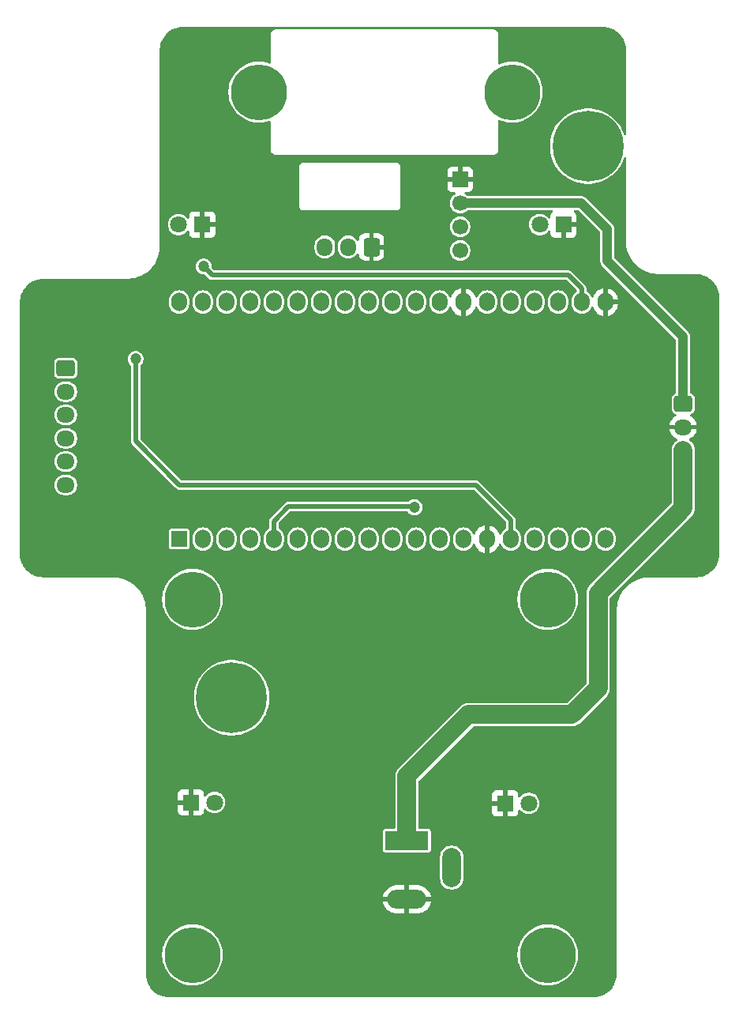
<source format=gbl>
%TF.GenerationSoftware,KiCad,Pcbnew,9.0.6*%
%TF.CreationDate,2026-01-26T22:39:46+07:00*%
%TF.ProjectId,BluetoothCar,426c7565-746f-46f7-9468-4361722e6b69,rev?*%
%TF.SameCoordinates,Original*%
%TF.FileFunction,Copper,L2,Bot*%
%TF.FilePolarity,Positive*%
%FSLAX46Y46*%
G04 Gerber Fmt 4.6, Leading zero omitted, Abs format (unit mm)*
G04 Created by KiCad (PCBNEW 9.0.6) date 2026-01-26 22:39:46*
%MOMM*%
%LPD*%
G01*
G04 APERTURE LIST*
G04 Aperture macros list*
%AMRoundRect*
0 Rectangle with rounded corners*
0 $1 Rounding radius*
0 $2 $3 $4 $5 $6 $7 $8 $9 X,Y pos of 4 corners*
0 Add a 4 corners polygon primitive as box body*
4,1,4,$2,$3,$4,$5,$6,$7,$8,$9,$2,$3,0*
0 Add four circle primitives for the rounded corners*
1,1,$1+$1,$2,$3*
1,1,$1+$1,$4,$5*
1,1,$1+$1,$6,$7*
1,1,$1+$1,$8,$9*
0 Add four rect primitives between the rounded corners*
20,1,$1+$1,$2,$3,$4,$5,0*
20,1,$1+$1,$4,$5,$6,$7,0*
20,1,$1+$1,$6,$7,$8,$9,0*
20,1,$1+$1,$8,$9,$2,$3,0*%
G04 Aperture macros list end*
%TA.AperFunction,ComponentPad*%
%ADD10RoundRect,0.250000X0.600000X0.725000X-0.600000X0.725000X-0.600000X-0.725000X0.600000X-0.725000X0*%
%TD*%
%TA.AperFunction,ComponentPad*%
%ADD11O,1.700000X1.950000*%
%TD*%
%TA.AperFunction,ComponentPad*%
%ADD12C,6.000000*%
%TD*%
%TA.AperFunction,ComponentPad*%
%ADD13C,7.600000*%
%TD*%
%TA.AperFunction,ComponentPad*%
%ADD14R,1.700000X1.700000*%
%TD*%
%TA.AperFunction,ComponentPad*%
%ADD15C,1.700000*%
%TD*%
%TA.AperFunction,ComponentPad*%
%ADD16R,1.800000X1.800000*%
%TD*%
%TA.AperFunction,ComponentPad*%
%ADD17C,1.800000*%
%TD*%
%TA.AperFunction,ComponentPad*%
%ADD18RoundRect,0.250000X-0.725000X0.600000X-0.725000X-0.600000X0.725000X-0.600000X0.725000X0.600000X0*%
%TD*%
%TA.AperFunction,ComponentPad*%
%ADD19O,1.950000X1.700000*%
%TD*%
%TA.AperFunction,ComponentPad*%
%ADD20R,4.600000X2.000000*%
%TD*%
%TA.AperFunction,ComponentPad*%
%ADD21O,4.200000X2.000000*%
%TD*%
%TA.AperFunction,ComponentPad*%
%ADD22O,2.000000X4.200000*%
%TD*%
%TA.AperFunction,ComponentPad*%
%ADD23O,1.700000X2.000000*%
%TD*%
%TA.AperFunction,ViaPad*%
%ADD24C,1.200000*%
%TD*%
%TA.AperFunction,Conductor*%
%ADD25C,2.000000*%
%TD*%
%TA.AperFunction,Conductor*%
%ADD26C,0.500000*%
%TD*%
%TA.AperFunction,Conductor*%
%ADD27C,1.000000*%
%TD*%
G04 APERTURE END LIST*
D10*
%TO.P,J5,1,Pin_1*%
%TO.N,GND*%
X110200000Y-77100000D03*
D11*
%TO.P,J5,2,Pin_2*%
%TO.N,+5V*%
X107700000Y-77100000D03*
%TO.P,J5,3,Pin_3*%
%TO.N,SERVO_PWM*%
X105200000Y-77100000D03*
%TD*%
D12*
%TO.P,H4,1,1*%
%TO.N,unconnected-(H4-Pad1)*%
X129100000Y-152955000D03*
%TD*%
D13*
%TO.P,H7,1,1*%
%TO.N,unconnected-(H7-Pad1)*%
X95200000Y-125400000D03*
%TD*%
D14*
%TO.P,J3,1,Pin_1*%
%TO.N,GND*%
X119700000Y-69860000D03*
D15*
%TO.P,J3,2,Pin_2*%
%TO.N,+5V*%
X119700000Y-72400000D03*
%TO.P,J3,3,Pin_3*%
%TO.N,SDA*%
X119700000Y-74940000D03*
%TO.P,J3,4,Pin_4*%
%TO.N,SCL*%
X119700000Y-77480000D03*
%TD*%
D16*
%TO.P,D2,1,K*%
%TO.N,GND*%
X130782500Y-74700000D03*
D17*
%TO.P,D2,2,A*%
%TO.N,Net-(D2-A)*%
X128242500Y-74700000D03*
%TD*%
D12*
%TO.P,H3,1,1*%
%TO.N,unconnected-(H3-Pad1)*%
X91000000Y-152955000D03*
%TD*%
%TO.P,H6,1,1*%
%TO.N,unconnected-(H6-Pad1)*%
X125300000Y-60500000D03*
%TD*%
D16*
%TO.P,D3,1,K*%
%TO.N,GND*%
X90830000Y-136620000D03*
D17*
%TO.P,D3,2,A*%
%TO.N,Net-(D3-A)*%
X93370000Y-136620000D03*
%TD*%
D18*
%TO.P,J4,1,Pin_1*%
%TO.N,ENA*%
X77400000Y-90100000D03*
D19*
%TO.P,J4,2,Pin_2*%
%TO.N,INA1*%
X77400000Y-92600000D03*
%TO.P,J4,3,Pin_3*%
%TO.N,INA2*%
X77400000Y-95100000D03*
%TO.P,J4,4,Pin_4*%
%TO.N,INB1*%
X77400000Y-97600000D03*
%TO.P,J4,5,Pin_5*%
%TO.N,INB2*%
X77400000Y-100100000D03*
%TO.P,J4,6,Pin_6*%
%TO.N,ENB*%
X77400000Y-102600000D03*
%TD*%
D20*
%TO.P,J2,1*%
%TO.N,+12V*%
X114000000Y-140700000D03*
D21*
%TO.P,J2,2*%
%TO.N,GND*%
X114000000Y-147000000D03*
D22*
%TO.P,J2,3*%
%TO.N,N/C*%
X118800000Y-143600000D03*
%TD*%
D12*
%TO.P,H2,1,1*%
%TO.N,unconnected-(H2-Pad1)*%
X129100000Y-114855000D03*
%TD*%
%TO.P,H1,1,1*%
%TO.N,unconnected-(H1-Pad1)*%
X91000000Y-114855000D03*
%TD*%
D16*
%TO.P,D4,1,K*%
%TO.N,GND*%
X124530000Y-136720000D03*
D17*
%TO.P,D4,2,A*%
%TO.N,Net-(D4-A)*%
X127070000Y-136720000D03*
%TD*%
D12*
%TO.P,H5,1,1*%
%TO.N,unconnected-(H5-Pad1)*%
X98100000Y-60500000D03*
%TD*%
D18*
%TO.P,J6,1,Pin_1*%
%TO.N,+5V*%
X143625000Y-93900000D03*
D19*
%TO.P,J6,2,Pin_2*%
%TO.N,GND*%
X143625000Y-96400000D03*
%TO.P,J6,3,Pin_3*%
%TO.N,+12V*%
X143625000Y-98900000D03*
%TD*%
D16*
%TO.P,D1,1,K*%
%TO.N,GND*%
X92045000Y-74700000D03*
D17*
%TO.P,D1,2,A*%
%TO.N,Net-(D1-A)*%
X89505000Y-74700000D03*
%TD*%
D13*
%TO.P,H8,1,1*%
%TO.N,unconnected-(H8-Pad1)*%
X133400000Y-66300000D03*
%TD*%
D14*
%TO.P,U1,1,3V3*%
%TO.N,unconnected-(U1-3V3-Pad1)*%
X89560000Y-108400000D03*
D23*
%TO.P,U1,2,CHIP_PU*%
%TO.N,unconnected-(U1-CHIP_PU-Pad2)*%
X92100000Y-108400000D03*
%TO.P,U1,3,SENSOR_VP/GPIO36/ADC1_CH0*%
%TO.N,unconnected-(U1-SENSOR_VP{slash}GPIO36{slash}ADC1_CH0-Pad3)*%
X94640000Y-108400000D03*
%TO.P,U1,4,SENSOR_VN/GPIO39/ADC1_CH3*%
%TO.N,unconnected-(U1-SENSOR_VN{slash}GPIO39{slash}ADC1_CH3-Pad4)*%
X97180000Y-108400000D03*
%TO.P,U1,5,VDET_1/GPIO34/ADC1_CH6*%
%TO.N,ADC_VOL*%
X99720000Y-108400000D03*
%TO.P,U1,6,VDET_2/GPIO35/ADC1_CH7*%
%TO.N,unconnected-(U1-VDET_2{slash}GPIO35{slash}ADC1_CH7-Pad6)*%
X102260000Y-108400000D03*
%TO.P,U1,7,32K_XP/GPIO32/ADC1_CH4*%
%TO.N,ENA*%
X104800000Y-108400000D03*
%TO.P,U1,8,32K_XN/GPIO33/ADC1_CH5*%
%TO.N,ENB*%
X107340000Y-108400000D03*
%TO.P,U1,9,DAC_1/ADC2_CH8/GPIO25*%
%TO.N,F_LED_RIGHT*%
X109880000Y-108400000D03*
%TO.P,U1,10,DAC_2/ADC2_CH9/GPIO26*%
%TO.N,B_LED_LEFT*%
X112420000Y-108400000D03*
%TO.P,U1,11,ADC2_CH7/GPIO27*%
%TO.N,B_LED_RIGHT*%
X114960000Y-108400000D03*
%TO.P,U1,12,MTMS/GPIO14/ADC2_CH6*%
%TO.N,unconnected-(U1-MTMS{slash}GPIO14{slash}ADC2_CH6-Pad12)*%
X117500000Y-108400000D03*
%TO.P,U1,13,MTDI/GPIO12/ADC2_CH5*%
%TO.N,unconnected-(U1-MTDI{slash}GPIO12{slash}ADC2_CH5-Pad13)*%
X120040000Y-108400000D03*
%TO.P,U1,14,GND*%
%TO.N,GND*%
X122580000Y-108400000D03*
%TO.P,U1,15,MTCK/GPIO13/ADC2_CH4*%
%TO.N,SERVO_PWM*%
X125120000Y-108400000D03*
%TO.P,U1,16,SD_DATA2/GPIO9*%
%TO.N,unconnected-(U1-SD_DATA2{slash}GPIO9-Pad16)*%
X127660000Y-108400000D03*
%TO.P,U1,17,SD_DATA3/GPIO10*%
%TO.N,unconnected-(U1-SD_DATA3{slash}GPIO10-Pad17)*%
X130200000Y-108400000D03*
%TO.P,U1,18,CMD*%
%TO.N,unconnected-(U1-CMD-Pad18)*%
X132740000Y-108400000D03*
%TO.P,U1,19,5V*%
%TO.N,+5V*%
X135280000Y-108400000D03*
%TO.P,U1,20,SD_CLK/GPIO6*%
%TO.N,unconnected-(U1-SD_CLK{slash}GPIO6-Pad20)*%
X89560000Y-83000000D03*
%TO.P,U1,21,SD_DATA0/GPIO7*%
%TO.N,unconnected-(U1-SD_DATA0{slash}GPIO7-Pad21)*%
X92100000Y-83000000D03*
%TO.P,U1,22,SD_DATA1/GPIO8*%
%TO.N,unconnected-(U1-SD_DATA1{slash}GPIO8-Pad22)*%
X94640000Y-83000000D03*
%TO.P,U1,23,MTDO/GPIO15/ADC2_CH3*%
%TO.N,unconnected-(U1-MTDO{slash}GPIO15{slash}ADC2_CH3-Pad23)*%
X97180000Y-83000000D03*
%TO.P,U1,24,ADC2_CH2/GPIO2*%
%TO.N,INA1*%
X99720000Y-83000000D03*
%TO.P,U1,25,GPIO0/BOOT/ADC2_CH1*%
%TO.N,unconnected-(U1-GPIO0{slash}BOOT{slash}ADC2_CH1-Pad25)*%
X102260000Y-83000000D03*
%TO.P,U1,26,ADC2_CH0/GPIO4*%
%TO.N,INA2*%
X104800000Y-83000000D03*
%TO.P,U1,27,GPIO16*%
%TO.N,unconnected-(U1-GPIO16-Pad27)*%
X107340000Y-83000000D03*
%TO.P,U1,28,GPIO17*%
%TO.N,unconnected-(U1-GPIO17-Pad28)*%
X109880000Y-83000000D03*
%TO.P,U1,29,GPIO5*%
%TO.N,unconnected-(U1-GPIO5-Pad29)*%
X112420000Y-83000000D03*
%TO.P,U1,30,GPIO18*%
%TO.N,INB1*%
X114960000Y-83000000D03*
%TO.P,U1,31,GPIO19*%
%TO.N,INB2*%
X117500000Y-83000000D03*
%TO.P,U1,32,GND*%
%TO.N,GND*%
X120040000Y-83000000D03*
%TO.P,U1,33,GPIO21*%
%TO.N,SDA*%
X122580000Y-83000000D03*
%TO.P,U1,34,U0RXD/GPIO3*%
%TO.N,unconnected-(U1-U0RXD{slash}GPIO3-Pad34)*%
X125120000Y-83000000D03*
%TO.P,U1,35,U0TXD/GPIO1*%
%TO.N,unconnected-(U1-U0TXD{slash}GPIO1-Pad35)*%
X127660000Y-83000000D03*
%TO.P,U1,36,GPIO22*%
%TO.N,SCL*%
X130200000Y-83000000D03*
%TO.P,U1,37,GPIO23*%
%TO.N,F_LED_LEFT*%
X132740000Y-83000000D03*
%TO.P,U1,38,GND*%
%TO.N,GND*%
X135280000Y-83000000D03*
%TD*%
D24*
%TO.N,SERVO_PWM*%
X84900000Y-89100000D03*
%TO.N,ADC_VOL*%
X114800000Y-105000000D03*
%TO.N,F_LED_LEFT*%
X92200000Y-79200000D03*
%TD*%
D25*
%TO.N,+12V*%
X114000000Y-140700000D02*
X114000000Y-133800000D01*
X114000000Y-133800000D02*
X120600000Y-127200000D01*
X120600000Y-127200000D02*
X131700000Y-127200000D01*
X131700000Y-127200000D02*
X134500000Y-124400000D01*
X134500000Y-124400000D02*
X134500000Y-114200000D01*
X143625000Y-105075000D02*
X143625000Y-98900000D01*
X134500000Y-114200000D02*
X143625000Y-105075000D01*
D26*
%TO.N,SERVO_PWM*%
X84900000Y-97900000D02*
X89600000Y-102600000D01*
X89600000Y-102600000D02*
X121400000Y-102600000D01*
X121400000Y-102600000D02*
X125120000Y-106320000D01*
X84900000Y-89100000D02*
X84900000Y-97900000D01*
X125120000Y-106320000D02*
X125120000Y-108400000D01*
%TO.N,SCL*%
X130000000Y-82800000D02*
X130200000Y-83000000D01*
D27*
%TO.N,+5V*%
X143625000Y-93900000D02*
X143625000Y-86725000D01*
X132700000Y-72400000D02*
X119700000Y-72400000D01*
X143625000Y-86725000D02*
X135500000Y-78600000D01*
X135500000Y-75200000D02*
X132700000Y-72400000D01*
X135500000Y-78600000D02*
X135500000Y-75200000D01*
D26*
%TO.N,ADC_VOL*%
X114800000Y-105000000D02*
X114700000Y-104900000D01*
X99720000Y-106480000D02*
X99720000Y-108400000D01*
X114700000Y-104900000D02*
X101300000Y-104900000D01*
X101300000Y-104900000D02*
X99720000Y-106480000D01*
%TO.N,F_LED_LEFT*%
X132740000Y-83000000D02*
X132740000Y-81540000D01*
X131300000Y-80100000D02*
X93100000Y-80100000D01*
X93100000Y-80100000D02*
X92200000Y-79200000D01*
X132740000Y-81540000D02*
X131300000Y-80100000D01*
%TD*%
%TA.AperFunction,Conductor*%
%TO.N,GND*%
G36*
X135003736Y-53500726D02*
G01*
X135293796Y-53518271D01*
X135308659Y-53520076D01*
X135590798Y-53571780D01*
X135605335Y-53575363D01*
X135879172Y-53660695D01*
X135893163Y-53666000D01*
X136154743Y-53783727D01*
X136167989Y-53790680D01*
X136413465Y-53939075D01*
X136425776Y-53947573D01*
X136483359Y-53992686D01*
X136651573Y-54124473D01*
X136662781Y-54134403D01*
X136865596Y-54337218D01*
X136875526Y-54348426D01*
X136995481Y-54501538D01*
X137052422Y-54574217D01*
X137060928Y-54586540D01*
X137209316Y-54832004D01*
X137216275Y-54845263D01*
X137333997Y-55106831D01*
X137339306Y-55120832D01*
X137424635Y-55394663D01*
X137428219Y-55409201D01*
X137479923Y-55691340D01*
X137481728Y-55706205D01*
X137499274Y-55996263D01*
X137499500Y-56003750D01*
X137499500Y-65024756D01*
X137479815Y-65091795D01*
X137427011Y-65137550D01*
X137357853Y-65147494D01*
X137294297Y-65118469D01*
X137256839Y-65060751D01*
X137245920Y-65024756D01*
X137218324Y-64933782D01*
X137066025Y-64566099D01*
X136878420Y-64215115D01*
X136657316Y-63884210D01*
X136404842Y-63576570D01*
X136404841Y-63576569D01*
X136404837Y-63576564D01*
X136123435Y-63295162D01*
X135815795Y-63042688D01*
X135815794Y-63042687D01*
X135815790Y-63042684D01*
X135484885Y-62821580D01*
X135484880Y-62821577D01*
X135484873Y-62821573D01*
X135133908Y-62633978D01*
X135133903Y-62633976D01*
X134766219Y-62481676D01*
X134542643Y-62413855D01*
X134385378Y-62366150D01*
X134385375Y-62366149D01*
X134385374Y-62366149D01*
X133995046Y-62288507D01*
X133716009Y-62261025D01*
X133598988Y-62249500D01*
X133201012Y-62249500D01*
X133094483Y-62259992D01*
X132804953Y-62288507D01*
X132414625Y-62366149D01*
X132033780Y-62481676D01*
X131666096Y-62633976D01*
X131666091Y-62633978D01*
X131315126Y-62821573D01*
X131315108Y-62821584D01*
X130984218Y-63042678D01*
X130984204Y-63042688D01*
X130676564Y-63295162D01*
X130395162Y-63576564D01*
X130142688Y-63884204D01*
X130142678Y-63884218D01*
X129921584Y-64215108D01*
X129921573Y-64215126D01*
X129733978Y-64566091D01*
X129733976Y-64566096D01*
X129581676Y-64933780D01*
X129466149Y-65314625D01*
X129388507Y-65704953D01*
X129349500Y-66101015D01*
X129349500Y-66498984D01*
X129388507Y-66895046D01*
X129466149Y-67285374D01*
X129581676Y-67666219D01*
X129733976Y-68033903D01*
X129733978Y-68033908D01*
X129921573Y-68384873D01*
X129921584Y-68384891D01*
X130142678Y-68715781D01*
X130142688Y-68715795D01*
X130395162Y-69023435D01*
X130676564Y-69304837D01*
X130676569Y-69304841D01*
X130676570Y-69304842D01*
X130984210Y-69557316D01*
X131315115Y-69778420D01*
X131315124Y-69778425D01*
X131315126Y-69778426D01*
X131666091Y-69966021D01*
X131666093Y-69966021D01*
X131666099Y-69966025D01*
X132033782Y-70118324D01*
X132414622Y-70233850D01*
X132804951Y-70311492D01*
X133201012Y-70350500D01*
X133201015Y-70350500D01*
X133598985Y-70350500D01*
X133598988Y-70350500D01*
X133995049Y-70311492D01*
X134385378Y-70233850D01*
X134766218Y-70118324D01*
X135133901Y-69966025D01*
X135484885Y-69778420D01*
X135815790Y-69557316D01*
X136123430Y-69304842D01*
X136404842Y-69023430D01*
X136657316Y-68715790D01*
X136878420Y-68384885D01*
X137066025Y-68033901D01*
X137218324Y-67666218D01*
X137256840Y-67539245D01*
X137295136Y-67480809D01*
X137358949Y-67452353D01*
X137428016Y-67462913D01*
X137480409Y-67509137D01*
X137499500Y-67575243D01*
X137499500Y-76434108D01*
X137499500Y-76500000D01*
X137499500Y-76671969D01*
X137508473Y-76763072D01*
X137533210Y-77014249D01*
X137600308Y-77351572D01*
X137700150Y-77680706D01*
X137831770Y-77998464D01*
X137831772Y-77998469D01*
X137993893Y-78301775D01*
X137993904Y-78301793D01*
X138184975Y-78587751D01*
X138184985Y-78587765D01*
X138403176Y-78853632D01*
X138646367Y-79096823D01*
X138646372Y-79096827D01*
X138646373Y-79096828D01*
X138912240Y-79315019D01*
X139198213Y-79506100D01*
X139198222Y-79506105D01*
X139198224Y-79506106D01*
X139501530Y-79668227D01*
X139501532Y-79668227D01*
X139501538Y-79668231D01*
X139819295Y-79799850D01*
X140148422Y-79899690D01*
X140485750Y-79966789D01*
X140828031Y-80000500D01*
X140934108Y-80000500D01*
X144934108Y-80000500D01*
X144996249Y-80000500D01*
X145003736Y-80000726D01*
X145293796Y-80018271D01*
X145308657Y-80020075D01*
X145474677Y-80050500D01*
X145590798Y-80071780D01*
X145605335Y-80075363D01*
X145879172Y-80160695D01*
X145893163Y-80166000D01*
X146154743Y-80283727D01*
X146167989Y-80290680D01*
X146413465Y-80439075D01*
X146425776Y-80447573D01*
X146516016Y-80518271D01*
X146651573Y-80624473D01*
X146662781Y-80634403D01*
X146865596Y-80837218D01*
X146875526Y-80848426D01*
X146995481Y-81001538D01*
X147052422Y-81074217D01*
X147060926Y-81086537D01*
X147149274Y-81232683D01*
X147209316Y-81332004D01*
X147216275Y-81345263D01*
X147333997Y-81606831D01*
X147339306Y-81620832D01*
X147424635Y-81894663D01*
X147428219Y-81909201D01*
X147479923Y-82191340D01*
X147481728Y-82206205D01*
X147499274Y-82496263D01*
X147499500Y-82503750D01*
X147499500Y-109996249D01*
X147499274Y-110003736D01*
X147481728Y-110293794D01*
X147479923Y-110308659D01*
X147428219Y-110590798D01*
X147424635Y-110605336D01*
X147339306Y-110879167D01*
X147333997Y-110893168D01*
X147216275Y-111154736D01*
X147209316Y-111167995D01*
X147060928Y-111413459D01*
X147052422Y-111425782D01*
X146875526Y-111651573D01*
X146865596Y-111662781D01*
X146662781Y-111865596D01*
X146651573Y-111875526D01*
X146425782Y-112052422D01*
X146413459Y-112060928D01*
X146167995Y-112209316D01*
X146154736Y-112216275D01*
X145893168Y-112333997D01*
X145879167Y-112339306D01*
X145605336Y-112424635D01*
X145590798Y-112428219D01*
X145308659Y-112479923D01*
X145293794Y-112481728D01*
X145003736Y-112499274D01*
X144996249Y-112499500D01*
X140065892Y-112499500D01*
X140000000Y-112499500D01*
X139828031Y-112499500D01*
X139749966Y-112507188D01*
X139485750Y-112533210D01*
X139148427Y-112600308D01*
X138819293Y-112700150D01*
X138501535Y-112831770D01*
X138501530Y-112831772D01*
X138198224Y-112993893D01*
X138198206Y-112993904D01*
X137912248Y-113184975D01*
X137912234Y-113184985D01*
X137646367Y-113403176D01*
X137403176Y-113646367D01*
X137184985Y-113912234D01*
X137184975Y-113912248D01*
X136993904Y-114198206D01*
X136993893Y-114198224D01*
X136831772Y-114501530D01*
X136831770Y-114501535D01*
X136700150Y-114819293D01*
X136600308Y-115148427D01*
X136533210Y-115485750D01*
X136499500Y-115828034D01*
X136499500Y-154996249D01*
X136499274Y-155003736D01*
X136481728Y-155293794D01*
X136479923Y-155308659D01*
X136428219Y-155590798D01*
X136424635Y-155605336D01*
X136339306Y-155879167D01*
X136333997Y-155893168D01*
X136216275Y-156154736D01*
X136209316Y-156167995D01*
X136060928Y-156413459D01*
X136052422Y-156425782D01*
X135875526Y-156651573D01*
X135865596Y-156662781D01*
X135662781Y-156865596D01*
X135651573Y-156875526D01*
X135425782Y-157052422D01*
X135413459Y-157060928D01*
X135167995Y-157209316D01*
X135154736Y-157216275D01*
X134893168Y-157333997D01*
X134879167Y-157339306D01*
X134605336Y-157424635D01*
X134590798Y-157428219D01*
X134308659Y-157479923D01*
X134293794Y-157481728D01*
X134003736Y-157499274D01*
X133996249Y-157499500D01*
X88503751Y-157499500D01*
X88496264Y-157499274D01*
X88206205Y-157481728D01*
X88191340Y-157479923D01*
X87909201Y-157428219D01*
X87894663Y-157424635D01*
X87620832Y-157339306D01*
X87606831Y-157333997D01*
X87345263Y-157216275D01*
X87332004Y-157209316D01*
X87086540Y-157060928D01*
X87074217Y-157052422D01*
X86848426Y-156875526D01*
X86837218Y-156865596D01*
X86634403Y-156662781D01*
X86624473Y-156651573D01*
X86447573Y-156425776D01*
X86439075Y-156413465D01*
X86290680Y-156167989D01*
X86283727Y-156154743D01*
X86166000Y-155893163D01*
X86160693Y-155879167D01*
X86075364Y-155605336D01*
X86071780Y-155590798D01*
X86020076Y-155308659D01*
X86018271Y-155293794D01*
X86000726Y-155003736D01*
X86000500Y-154996249D01*
X86000500Y-152795316D01*
X87749500Y-152795316D01*
X87749500Y-153114683D01*
X87780803Y-153432522D01*
X87843109Y-153745754D01*
X87935820Y-154051382D01*
X88058040Y-154346446D01*
X88058042Y-154346451D01*
X88208584Y-154628094D01*
X88208601Y-154628122D01*
X88386012Y-154893638D01*
X88386029Y-154893661D01*
X88588638Y-155140540D01*
X88814459Y-155366361D01*
X88814464Y-155366365D01*
X88814465Y-155366366D01*
X89061344Y-155568975D01*
X89061351Y-155568980D01*
X89061361Y-155568987D01*
X89326877Y-155746398D01*
X89326882Y-155746401D01*
X89326894Y-155746409D01*
X89326903Y-155746413D01*
X89326905Y-155746415D01*
X89608548Y-155896957D01*
X89608550Y-155896957D01*
X89608556Y-155896961D01*
X89903619Y-156019180D01*
X90209240Y-156111889D01*
X90522477Y-156174196D01*
X90840313Y-156205500D01*
X90840316Y-156205500D01*
X91159684Y-156205500D01*
X91159687Y-156205500D01*
X91477523Y-156174196D01*
X91790760Y-156111889D01*
X92096381Y-156019180D01*
X92391444Y-155896961D01*
X92673106Y-155746409D01*
X92938656Y-155568975D01*
X93185535Y-155366366D01*
X93411366Y-155140535D01*
X93613975Y-154893656D01*
X93791409Y-154628106D01*
X93941961Y-154346444D01*
X94064180Y-154051381D01*
X94156889Y-153745760D01*
X94219196Y-153432523D01*
X94250500Y-153114687D01*
X94250500Y-152795316D01*
X125849500Y-152795316D01*
X125849500Y-153114683D01*
X125880803Y-153432522D01*
X125943109Y-153745754D01*
X126035820Y-154051382D01*
X126158040Y-154346446D01*
X126158042Y-154346451D01*
X126308584Y-154628094D01*
X126308601Y-154628122D01*
X126486012Y-154893638D01*
X126486029Y-154893661D01*
X126688638Y-155140540D01*
X126914459Y-155366361D01*
X126914464Y-155366365D01*
X126914465Y-155366366D01*
X127161344Y-155568975D01*
X127161351Y-155568980D01*
X127161361Y-155568987D01*
X127426877Y-155746398D01*
X127426882Y-155746401D01*
X127426894Y-155746409D01*
X127426903Y-155746413D01*
X127426905Y-155746415D01*
X127708548Y-155896957D01*
X127708550Y-155896957D01*
X127708556Y-155896961D01*
X128003619Y-156019180D01*
X128309240Y-156111889D01*
X128622477Y-156174196D01*
X128940313Y-156205500D01*
X128940316Y-156205500D01*
X129259684Y-156205500D01*
X129259687Y-156205500D01*
X129577523Y-156174196D01*
X129890760Y-156111889D01*
X130196381Y-156019180D01*
X130491444Y-155896961D01*
X130773106Y-155746409D01*
X131038656Y-155568975D01*
X131285535Y-155366366D01*
X131511366Y-155140535D01*
X131713975Y-154893656D01*
X131891409Y-154628106D01*
X132041961Y-154346444D01*
X132164180Y-154051381D01*
X132256889Y-153745760D01*
X132319196Y-153432523D01*
X132350500Y-153114687D01*
X132350500Y-152795313D01*
X132319196Y-152477477D01*
X132256889Y-152164240D01*
X132164180Y-151858619D01*
X132041961Y-151563556D01*
X131891409Y-151281894D01*
X131891398Y-151281877D01*
X131713987Y-151016361D01*
X131713980Y-151016351D01*
X131713975Y-151016344D01*
X131511366Y-150769465D01*
X131511365Y-150769464D01*
X131511361Y-150769459D01*
X131285540Y-150543638D01*
X131038661Y-150341029D01*
X131038638Y-150341012D01*
X130773122Y-150163601D01*
X130773094Y-150163584D01*
X130491451Y-150013042D01*
X130491446Y-150013040D01*
X130196382Y-149890820D01*
X129890754Y-149798109D01*
X129577521Y-149735803D01*
X129577522Y-149735803D01*
X129338141Y-149712227D01*
X129259687Y-149704500D01*
X128940313Y-149704500D01*
X128867822Y-149711639D01*
X128622477Y-149735803D01*
X128309245Y-149798109D01*
X128003617Y-149890820D01*
X127708553Y-150013040D01*
X127708548Y-150013042D01*
X127426905Y-150163584D01*
X127426877Y-150163601D01*
X127161361Y-150341012D01*
X127161338Y-150341029D01*
X126914459Y-150543638D01*
X126688638Y-150769459D01*
X126486029Y-151016338D01*
X126486012Y-151016361D01*
X126308601Y-151281877D01*
X126308584Y-151281905D01*
X126158042Y-151563548D01*
X126158040Y-151563553D01*
X126035820Y-151858617D01*
X125943109Y-152164245D01*
X125880803Y-152477477D01*
X125849500Y-152795316D01*
X94250500Y-152795316D01*
X94250500Y-152795313D01*
X94219196Y-152477477D01*
X94156889Y-152164240D01*
X94064180Y-151858619D01*
X93941961Y-151563556D01*
X93791409Y-151281894D01*
X93791398Y-151281877D01*
X93613987Y-151016361D01*
X93613980Y-151016351D01*
X93613975Y-151016344D01*
X93411366Y-150769465D01*
X93411365Y-150769464D01*
X93411361Y-150769459D01*
X93185540Y-150543638D01*
X92938661Y-150341029D01*
X92938638Y-150341012D01*
X92673122Y-150163601D01*
X92673094Y-150163584D01*
X92391451Y-150013042D01*
X92391446Y-150013040D01*
X92096382Y-149890820D01*
X91790754Y-149798109D01*
X91477521Y-149735803D01*
X91477522Y-149735803D01*
X91238141Y-149712227D01*
X91159687Y-149704500D01*
X90840313Y-149704500D01*
X90767822Y-149711639D01*
X90522477Y-149735803D01*
X90209245Y-149798109D01*
X89903617Y-149890820D01*
X89608553Y-150013040D01*
X89608548Y-150013042D01*
X89326905Y-150163584D01*
X89326877Y-150163601D01*
X89061361Y-150341012D01*
X89061338Y-150341029D01*
X88814459Y-150543638D01*
X88588638Y-150769459D01*
X88386029Y-151016338D01*
X88386012Y-151016361D01*
X88208601Y-151281877D01*
X88208584Y-151281905D01*
X88058042Y-151563548D01*
X88058040Y-151563553D01*
X87935820Y-151858617D01*
X87843109Y-152164245D01*
X87780803Y-152477477D01*
X87749500Y-152795316D01*
X86000500Y-152795316D01*
X86000500Y-146750000D01*
X111420898Y-146750000D01*
X112466988Y-146750000D01*
X112434075Y-146807007D01*
X112400000Y-146934174D01*
X112400000Y-147065826D01*
X112434075Y-147192993D01*
X112466988Y-147250000D01*
X111420898Y-147250000D01*
X111436934Y-147351247D01*
X111509897Y-147575802D01*
X111617085Y-147786171D01*
X111755866Y-147977186D01*
X111922813Y-148144133D01*
X112113828Y-148282914D01*
X112324197Y-148390102D01*
X112548752Y-148463065D01*
X112548751Y-148463065D01*
X112781948Y-148500000D01*
X113750000Y-148500000D01*
X113750000Y-147500000D01*
X114250000Y-147500000D01*
X114250000Y-148500000D01*
X115218052Y-148500000D01*
X115451247Y-148463065D01*
X115675802Y-148390102D01*
X115886171Y-148282914D01*
X116077186Y-148144133D01*
X116244133Y-147977186D01*
X116382914Y-147786171D01*
X116490102Y-147575802D01*
X116563065Y-147351247D01*
X116579102Y-147250000D01*
X115533012Y-147250000D01*
X115565925Y-147192993D01*
X115600000Y-147065826D01*
X115600000Y-146934174D01*
X115565925Y-146807007D01*
X115533012Y-146750000D01*
X116579102Y-146750000D01*
X116563065Y-146648752D01*
X116490102Y-146424197D01*
X116382914Y-146213828D01*
X116244133Y-146022813D01*
X116077186Y-145855866D01*
X115886171Y-145717085D01*
X115675802Y-145609897D01*
X115451247Y-145536934D01*
X115451248Y-145536934D01*
X115218052Y-145500000D01*
X114250000Y-145500000D01*
X114250000Y-146500000D01*
X113750000Y-146500000D01*
X113750000Y-145500000D01*
X112781948Y-145500000D01*
X112548752Y-145536934D01*
X112324197Y-145609897D01*
X112113828Y-145717085D01*
X111922813Y-145855866D01*
X111755866Y-146022813D01*
X111617085Y-146213828D01*
X111509897Y-146424197D01*
X111436934Y-146648752D01*
X111420898Y-146750000D01*
X86000500Y-146750000D01*
X86000500Y-142401577D01*
X117549500Y-142401577D01*
X117549500Y-144798422D01*
X117580290Y-144992826D01*
X117641117Y-145180029D01*
X117730476Y-145355405D01*
X117846172Y-145514646D01*
X117985354Y-145653828D01*
X118144595Y-145769524D01*
X118227455Y-145811743D01*
X118319970Y-145858882D01*
X118319972Y-145858882D01*
X118319975Y-145858884D01*
X118420317Y-145891487D01*
X118507173Y-145919709D01*
X118701578Y-145950500D01*
X118701583Y-145950500D01*
X118898422Y-145950500D01*
X119092826Y-145919709D01*
X119280025Y-145858884D01*
X119455405Y-145769524D01*
X119614646Y-145653828D01*
X119753828Y-145514646D01*
X119869524Y-145355405D01*
X119958884Y-145180025D01*
X120019709Y-144992826D01*
X120050500Y-144798422D01*
X120050500Y-142401577D01*
X120019709Y-142207173D01*
X119958882Y-142019970D01*
X119869523Y-141844594D01*
X119753828Y-141685354D01*
X119614646Y-141546172D01*
X119455405Y-141430476D01*
X119280029Y-141341117D01*
X119092826Y-141280290D01*
X118898422Y-141249500D01*
X118898417Y-141249500D01*
X118701583Y-141249500D01*
X118701578Y-141249500D01*
X118507173Y-141280290D01*
X118319970Y-141341117D01*
X118144594Y-141430476D01*
X118053741Y-141496485D01*
X117985354Y-141546172D01*
X117985352Y-141546174D01*
X117985351Y-141546174D01*
X117846174Y-141685351D01*
X117846174Y-141685352D01*
X117846172Y-141685354D01*
X117796485Y-141753741D01*
X117730476Y-141844594D01*
X117641117Y-142019970D01*
X117580290Y-142207173D01*
X117549500Y-142401577D01*
X86000500Y-142401577D01*
X86000500Y-139675321D01*
X111449500Y-139675321D01*
X111449500Y-141724678D01*
X111464032Y-141797735D01*
X111464033Y-141797739D01*
X111464034Y-141797740D01*
X111519399Y-141880601D01*
X111602260Y-141935966D01*
X111602264Y-141935967D01*
X111675321Y-141950499D01*
X111675324Y-141950500D01*
X111675326Y-141950500D01*
X116324676Y-141950500D01*
X116324677Y-141950499D01*
X116397740Y-141935966D01*
X116480601Y-141880601D01*
X116535966Y-141797740D01*
X116550500Y-141724674D01*
X116550500Y-139675326D01*
X116550500Y-139675323D01*
X116550499Y-139675321D01*
X116535967Y-139602264D01*
X116535966Y-139602260D01*
X116480601Y-139519399D01*
X116397740Y-139464034D01*
X116397739Y-139464033D01*
X116397735Y-139464032D01*
X116324677Y-139449500D01*
X116324674Y-139449500D01*
X115374500Y-139449500D01*
X115307461Y-139429815D01*
X115261706Y-139377011D01*
X115250500Y-139325500D01*
X115250500Y-135772155D01*
X123130000Y-135772155D01*
X123130000Y-136470000D01*
X124154722Y-136470000D01*
X124110667Y-136546306D01*
X124080000Y-136660756D01*
X124080000Y-136779244D01*
X124110667Y-136893694D01*
X124154722Y-136970000D01*
X123130000Y-136970000D01*
X123130000Y-137667844D01*
X123136401Y-137727372D01*
X123136403Y-137727379D01*
X123186645Y-137862086D01*
X123186649Y-137862093D01*
X123272809Y-137977187D01*
X123272812Y-137977190D01*
X123387906Y-138063350D01*
X123387913Y-138063354D01*
X123522620Y-138113596D01*
X123522627Y-138113598D01*
X123582155Y-138119999D01*
X123582172Y-138120000D01*
X124280000Y-138120000D01*
X124280000Y-137095277D01*
X124356306Y-137139333D01*
X124470756Y-137170000D01*
X124589244Y-137170000D01*
X124703694Y-137139333D01*
X124780000Y-137095277D01*
X124780000Y-138120000D01*
X125477828Y-138120000D01*
X125477844Y-138119999D01*
X125537372Y-138113598D01*
X125537379Y-138113596D01*
X125672086Y-138063354D01*
X125672093Y-138063350D01*
X125787187Y-137977190D01*
X125787190Y-137977187D01*
X125873350Y-137862093D01*
X125873354Y-137862086D01*
X125923596Y-137727379D01*
X125923598Y-137727372D01*
X125929999Y-137667844D01*
X125930000Y-137667827D01*
X125930000Y-137489906D01*
X125949685Y-137422867D01*
X126002489Y-137377112D01*
X126071647Y-137367168D01*
X126135203Y-137396193D01*
X126154319Y-137417022D01*
X126192443Y-137469497D01*
X126320500Y-137597554D01*
X126320505Y-137597558D01*
X126361551Y-137627379D01*
X126467006Y-137703996D01*
X126572484Y-137757740D01*
X126628360Y-137786211D01*
X126628363Y-137786212D01*
X126714476Y-137814191D01*
X126800591Y-137842171D01*
X126883429Y-137855291D01*
X126979449Y-137870500D01*
X126979454Y-137870500D01*
X127160551Y-137870500D01*
X127247259Y-137856765D01*
X127339409Y-137842171D01*
X127511639Y-137786211D01*
X127672994Y-137703996D01*
X127819501Y-137597553D01*
X127947553Y-137469501D01*
X128053996Y-137322994D01*
X128136211Y-137161639D01*
X128192171Y-136989409D01*
X128208009Y-136889409D01*
X128220500Y-136810551D01*
X128220500Y-136629448D01*
X128195245Y-136470000D01*
X128192171Y-136450591D01*
X128136211Y-136278361D01*
X128136211Y-136278360D01*
X128107740Y-136222484D01*
X128053996Y-136117006D01*
X128040396Y-136098287D01*
X127947558Y-135970505D01*
X127947554Y-135970500D01*
X127819499Y-135842445D01*
X127819494Y-135842441D01*
X127672997Y-135736006D01*
X127672996Y-135736005D01*
X127672994Y-135736004D01*
X127621300Y-135709664D01*
X127511639Y-135653788D01*
X127511636Y-135653787D01*
X127339410Y-135597829D01*
X127160551Y-135569500D01*
X127160546Y-135569500D01*
X126979454Y-135569500D01*
X126979449Y-135569500D01*
X126800589Y-135597829D01*
X126628363Y-135653787D01*
X126628360Y-135653788D01*
X126467002Y-135736006D01*
X126320505Y-135842441D01*
X126320500Y-135842445D01*
X126192445Y-135970500D01*
X126192441Y-135970505D01*
X126154318Y-136022978D01*
X126098988Y-136065644D01*
X126029375Y-136071623D01*
X125967580Y-136039018D01*
X125933223Y-135978179D01*
X125930000Y-135950093D01*
X125930000Y-135772172D01*
X125929999Y-135772155D01*
X125923598Y-135712627D01*
X125923596Y-135712620D01*
X125873354Y-135577913D01*
X125873350Y-135577906D01*
X125787190Y-135462812D01*
X125787187Y-135462809D01*
X125672093Y-135376649D01*
X125672086Y-135376645D01*
X125537379Y-135326403D01*
X125537372Y-135326401D01*
X125477844Y-135320000D01*
X124780000Y-135320000D01*
X124780000Y-136344722D01*
X124703694Y-136300667D01*
X124589244Y-136270000D01*
X124470756Y-136270000D01*
X124356306Y-136300667D01*
X124280000Y-136344722D01*
X124280000Y-135320000D01*
X123582155Y-135320000D01*
X123522627Y-135326401D01*
X123522620Y-135326403D01*
X123387913Y-135376645D01*
X123387906Y-135376649D01*
X123272812Y-135462809D01*
X123272809Y-135462812D01*
X123186649Y-135577906D01*
X123186645Y-135577913D01*
X123136403Y-135712620D01*
X123136401Y-135712627D01*
X123130000Y-135772155D01*
X115250500Y-135772155D01*
X115250500Y-134369336D01*
X115270185Y-134302297D01*
X115286819Y-134281655D01*
X121081655Y-128486819D01*
X121142978Y-128453334D01*
X121169336Y-128450500D01*
X131798422Y-128450500D01*
X131992826Y-128419709D01*
X132180026Y-128358884D01*
X132355405Y-128269524D01*
X132514646Y-128153828D01*
X135453828Y-125214646D01*
X135569524Y-125055405D01*
X135658884Y-124880026D01*
X135719709Y-124692826D01*
X135750500Y-124498422D01*
X135750500Y-114769336D01*
X135770185Y-114702297D01*
X135786819Y-114681655D01*
X140159815Y-110308659D01*
X144578829Y-105889646D01*
X144694524Y-105730405D01*
X144783884Y-105555026D01*
X144844709Y-105367826D01*
X144875500Y-105173421D01*
X144875500Y-98801577D01*
X144844709Y-98607173D01*
X144783882Y-98419970D01*
X144694523Y-98244594D01*
X144578828Y-98085354D01*
X144439646Y-97946172D01*
X144317877Y-97857701D01*
X144293963Y-97840326D01*
X144251298Y-97784995D01*
X144245319Y-97715382D01*
X144277925Y-97653587D01*
X144310554Y-97629523D01*
X144457557Y-97554620D01*
X144629459Y-97429727D01*
X144629464Y-97429723D01*
X144779723Y-97279464D01*
X144779727Y-97279459D01*
X144904620Y-97107557D01*
X145001095Y-96918217D01*
X145066757Y-96716129D01*
X145066757Y-96716126D01*
X145077231Y-96650000D01*
X144029146Y-96650000D01*
X144067630Y-96583343D01*
X144100000Y-96462535D01*
X144100000Y-96337465D01*
X144067630Y-96216657D01*
X144029146Y-96150000D01*
X145077231Y-96150000D01*
X145066757Y-96083873D01*
X145066757Y-96083870D01*
X145001095Y-95881782D01*
X144904620Y-95692442D01*
X144779727Y-95520540D01*
X144779723Y-95520535D01*
X144629464Y-95370276D01*
X144629459Y-95370272D01*
X144457557Y-95245378D01*
X144421661Y-95227088D01*
X144370866Y-95179113D01*
X144354072Y-95111292D01*
X144376610Y-95045157D01*
X144431326Y-95001706D01*
X144450192Y-94996978D01*
X144449932Y-94995876D01*
X144457479Y-94994092D01*
X144457481Y-94994091D01*
X144457483Y-94994091D01*
X144592331Y-94943796D01*
X144707546Y-94857546D01*
X144793796Y-94742331D01*
X144844091Y-94607483D01*
X144850500Y-94547873D01*
X144850499Y-93252128D01*
X144844091Y-93192517D01*
X144838224Y-93176788D01*
X144793797Y-93057671D01*
X144793793Y-93057664D01*
X144707547Y-92942455D01*
X144707544Y-92942452D01*
X144592335Y-92856206D01*
X144592330Y-92856203D01*
X144456166Y-92805417D01*
X144400233Y-92763545D01*
X144375816Y-92698081D01*
X144375500Y-92689235D01*
X144375500Y-86651079D01*
X144346659Y-86506092D01*
X144346658Y-86506091D01*
X144346658Y-86506087D01*
X144346656Y-86506082D01*
X144290087Y-86369511D01*
X144290080Y-86369498D01*
X144207952Y-86246585D01*
X144207951Y-86246584D01*
X144103416Y-86142049D01*
X136286819Y-78325451D01*
X136253334Y-78264128D01*
X136250500Y-78237770D01*
X136250500Y-75126079D01*
X136221659Y-74981092D01*
X136221658Y-74981091D01*
X136221658Y-74981087D01*
X136165084Y-74844505D01*
X136114629Y-74768993D01*
X136114629Y-74768992D01*
X136082950Y-74721581D01*
X133178421Y-71817052D01*
X133178414Y-71817046D01*
X133104729Y-71767812D01*
X133104729Y-71767813D01*
X133055491Y-71734913D01*
X132918917Y-71678343D01*
X132918907Y-71678340D01*
X132773920Y-71649500D01*
X132773918Y-71649500D01*
X120557204Y-71649500D01*
X120490165Y-71629815D01*
X120469523Y-71613181D01*
X120416930Y-71560588D01*
X120416928Y-71560586D01*
X120276788Y-71458768D01*
X120248756Y-71444485D01*
X120197960Y-71396510D01*
X120181165Y-71328689D01*
X120203703Y-71262554D01*
X120258418Y-71219103D01*
X120305051Y-71210000D01*
X120597828Y-71210000D01*
X120597844Y-71209999D01*
X120657372Y-71203598D01*
X120657379Y-71203596D01*
X120792086Y-71153354D01*
X120792093Y-71153350D01*
X120907187Y-71067190D01*
X120907190Y-71067187D01*
X120993350Y-70952093D01*
X120993354Y-70952086D01*
X121043596Y-70817379D01*
X121043598Y-70817372D01*
X121049999Y-70757844D01*
X121050000Y-70757827D01*
X121050000Y-70110000D01*
X120133012Y-70110000D01*
X120165925Y-70052993D01*
X120200000Y-69925826D01*
X120200000Y-69794174D01*
X120165925Y-69667007D01*
X120133012Y-69610000D01*
X121050000Y-69610000D01*
X121050000Y-68962172D01*
X121049999Y-68962155D01*
X121043598Y-68902627D01*
X121043596Y-68902620D01*
X120993354Y-68767913D01*
X120993350Y-68767906D01*
X120907190Y-68652812D01*
X120907187Y-68652809D01*
X120792093Y-68566649D01*
X120792086Y-68566645D01*
X120657379Y-68516403D01*
X120657372Y-68516401D01*
X120597844Y-68510000D01*
X119950000Y-68510000D01*
X119950000Y-69426988D01*
X119892993Y-69394075D01*
X119765826Y-69360000D01*
X119634174Y-69360000D01*
X119507007Y-69394075D01*
X119450000Y-69426988D01*
X119450000Y-68510000D01*
X118802155Y-68510000D01*
X118742627Y-68516401D01*
X118742620Y-68516403D01*
X118607913Y-68566645D01*
X118607906Y-68566649D01*
X118492812Y-68652809D01*
X118492809Y-68652812D01*
X118406649Y-68767906D01*
X118406645Y-68767913D01*
X118356403Y-68902620D01*
X118356401Y-68902627D01*
X118350000Y-68962155D01*
X118350000Y-69610000D01*
X119266988Y-69610000D01*
X119234075Y-69667007D01*
X119200000Y-69794174D01*
X119200000Y-69925826D01*
X119234075Y-70052993D01*
X119266988Y-70110000D01*
X118350000Y-70110000D01*
X118350000Y-70757844D01*
X118356401Y-70817372D01*
X118356403Y-70817379D01*
X118406645Y-70952086D01*
X118406649Y-70952093D01*
X118492809Y-71067187D01*
X118492812Y-71067190D01*
X118607906Y-71153350D01*
X118607913Y-71153354D01*
X118742620Y-71203596D01*
X118742627Y-71203598D01*
X118802155Y-71209999D01*
X118802172Y-71210000D01*
X119094949Y-71210000D01*
X119161988Y-71229685D01*
X119207743Y-71282489D01*
X119217687Y-71351647D01*
X119188662Y-71415203D01*
X119151244Y-71444485D01*
X119123211Y-71458768D01*
X119043256Y-71516859D01*
X118983072Y-71560586D01*
X118983070Y-71560588D01*
X118983069Y-71560588D01*
X118860588Y-71683069D01*
X118860588Y-71683070D01*
X118860586Y-71683072D01*
X118822921Y-71734913D01*
X118758768Y-71823211D01*
X118680128Y-71977552D01*
X118626597Y-72142302D01*
X118599500Y-72313389D01*
X118599500Y-72486611D01*
X118626598Y-72657701D01*
X118653628Y-72740891D01*
X118680128Y-72822447D01*
X118758768Y-72976788D01*
X118860586Y-73116928D01*
X118983072Y-73239414D01*
X119123212Y-73341232D01*
X119277555Y-73419873D01*
X119442299Y-73473402D01*
X119613389Y-73500500D01*
X119613390Y-73500500D01*
X119786610Y-73500500D01*
X119786611Y-73500500D01*
X119957701Y-73473402D01*
X120122445Y-73419873D01*
X120276788Y-73341232D01*
X120416928Y-73239414D01*
X120469523Y-73186819D01*
X120530846Y-73153334D01*
X120557204Y-73150500D01*
X129543231Y-73150500D01*
X129610270Y-73170185D01*
X129656025Y-73222989D01*
X129665969Y-73292147D01*
X129636944Y-73355703D01*
X129617542Y-73373766D01*
X129525312Y-73442809D01*
X129525309Y-73442812D01*
X129439149Y-73557906D01*
X129439145Y-73557913D01*
X129388903Y-73692620D01*
X129388901Y-73692627D01*
X129382500Y-73752155D01*
X129382500Y-73930093D01*
X129362815Y-73997132D01*
X129310011Y-74042887D01*
X129240853Y-74052831D01*
X129177297Y-74023806D01*
X129158182Y-74002978D01*
X129120058Y-73950505D01*
X129120054Y-73950500D01*
X128991999Y-73822445D01*
X128991994Y-73822441D01*
X128845497Y-73716006D01*
X128845496Y-73716005D01*
X128845494Y-73716004D01*
X128793800Y-73689664D01*
X128684139Y-73633788D01*
X128684136Y-73633787D01*
X128511910Y-73577829D01*
X128333051Y-73549500D01*
X128333046Y-73549500D01*
X128151954Y-73549500D01*
X128151949Y-73549500D01*
X127973089Y-73577829D01*
X127800863Y-73633787D01*
X127800860Y-73633788D01*
X127639502Y-73716006D01*
X127493005Y-73822441D01*
X127493000Y-73822445D01*
X127364945Y-73950500D01*
X127364941Y-73950505D01*
X127258506Y-74097002D01*
X127176288Y-74258360D01*
X127176287Y-74258363D01*
X127120329Y-74430589D01*
X127092000Y-74609448D01*
X127092000Y-74790551D01*
X127120329Y-74969410D01*
X127176287Y-75141636D01*
X127176288Y-75141639D01*
X127258506Y-75302997D01*
X127364941Y-75449494D01*
X127364945Y-75449499D01*
X127493000Y-75577554D01*
X127493005Y-75577558D01*
X127572747Y-75635493D01*
X127639506Y-75683996D01*
X127744984Y-75737740D01*
X127800860Y-75766211D01*
X127800863Y-75766212D01*
X127886976Y-75794191D01*
X127973091Y-75822171D01*
X128055929Y-75835291D01*
X128151949Y-75850500D01*
X128151954Y-75850500D01*
X128333051Y-75850500D01*
X128419759Y-75836765D01*
X128511909Y-75822171D01*
X128684139Y-75766211D01*
X128845494Y-75683996D01*
X128992001Y-75577553D01*
X129120053Y-75449501D01*
X129158181Y-75397021D01*
X129213511Y-75354355D01*
X129283124Y-75348375D01*
X129344919Y-75380981D01*
X129379277Y-75441819D01*
X129382500Y-75469906D01*
X129382500Y-75647844D01*
X129388901Y-75707372D01*
X129388903Y-75707379D01*
X129439145Y-75842086D01*
X129439149Y-75842093D01*
X129525309Y-75957187D01*
X129525312Y-75957190D01*
X129640406Y-76043350D01*
X129640413Y-76043354D01*
X129775120Y-76093596D01*
X129775127Y-76093598D01*
X129834655Y-76099999D01*
X129834672Y-76100000D01*
X130532500Y-76100000D01*
X130532500Y-75075277D01*
X130608806Y-75119333D01*
X130723256Y-75150000D01*
X130841744Y-75150000D01*
X130956194Y-75119333D01*
X131032500Y-75075277D01*
X131032500Y-76100000D01*
X131730328Y-76100000D01*
X131730344Y-76099999D01*
X131789872Y-76093598D01*
X131789879Y-76093596D01*
X131924586Y-76043354D01*
X131924593Y-76043350D01*
X132039687Y-75957190D01*
X132039690Y-75957187D01*
X132125850Y-75842093D01*
X132125854Y-75842086D01*
X132176096Y-75707379D01*
X132176098Y-75707372D01*
X132182499Y-75647844D01*
X132182500Y-75647827D01*
X132182500Y-74950000D01*
X131157778Y-74950000D01*
X131201833Y-74873694D01*
X131232500Y-74759244D01*
X131232500Y-74640756D01*
X131201833Y-74526306D01*
X131157778Y-74450000D01*
X132182500Y-74450000D01*
X132182500Y-73752172D01*
X132182499Y-73752155D01*
X132176098Y-73692627D01*
X132176096Y-73692620D01*
X132125854Y-73557913D01*
X132125850Y-73557906D01*
X132039690Y-73442812D01*
X132039687Y-73442809D01*
X131947458Y-73373766D01*
X131905587Y-73317832D01*
X131900603Y-73248141D01*
X131934089Y-73186818D01*
X131995412Y-73153334D01*
X132021769Y-73150500D01*
X132337770Y-73150500D01*
X132404809Y-73170185D01*
X132425451Y-73186819D01*
X134713181Y-75474549D01*
X134746666Y-75535872D01*
X134749500Y-75562230D01*
X134749500Y-78673918D01*
X134749500Y-78673920D01*
X134749499Y-78673920D01*
X134778340Y-78818907D01*
X134778343Y-78818917D01*
X134834914Y-78955492D01*
X134834915Y-78955494D01*
X134834916Y-78955495D01*
X134852142Y-78981276D01*
X134856310Y-78987513D01*
X134856311Y-78987516D01*
X134917046Y-79078414D01*
X134917052Y-79078421D01*
X142838181Y-86999548D01*
X142871666Y-87060871D01*
X142874500Y-87087229D01*
X142874500Y-92689235D01*
X142854815Y-92756274D01*
X142802011Y-92802029D01*
X142793834Y-92805417D01*
X142657669Y-92856203D01*
X142657664Y-92856206D01*
X142542455Y-92942452D01*
X142542452Y-92942455D01*
X142456206Y-93057664D01*
X142456202Y-93057671D01*
X142405908Y-93192517D01*
X142399501Y-93252116D01*
X142399501Y-93252123D01*
X142399500Y-93252135D01*
X142399500Y-94547870D01*
X142399501Y-94547876D01*
X142405908Y-94607483D01*
X142456202Y-94742328D01*
X142456206Y-94742335D01*
X142542452Y-94857544D01*
X142542455Y-94857547D01*
X142657664Y-94943793D01*
X142657671Y-94943797D01*
X142792517Y-94994091D01*
X142800062Y-94995874D01*
X142799296Y-94999113D01*
X142849848Y-95020052D01*
X142889696Y-95077444D01*
X142892190Y-95147269D01*
X142856538Y-95207358D01*
X142828339Y-95227088D01*
X142792442Y-95245378D01*
X142620540Y-95370272D01*
X142620535Y-95370276D01*
X142470276Y-95520535D01*
X142470272Y-95520540D01*
X142345379Y-95692442D01*
X142248904Y-95881782D01*
X142183242Y-96083870D01*
X142183242Y-96083873D01*
X142172769Y-96150000D01*
X143220854Y-96150000D01*
X143182370Y-96216657D01*
X143150000Y-96337465D01*
X143150000Y-96462535D01*
X143182370Y-96583343D01*
X143220854Y-96650000D01*
X142172769Y-96650000D01*
X142183242Y-96716126D01*
X142183242Y-96716129D01*
X142248904Y-96918217D01*
X142345379Y-97107557D01*
X142470272Y-97279459D01*
X142470276Y-97279464D01*
X142620535Y-97429723D01*
X142620540Y-97429727D01*
X142792442Y-97554620D01*
X142939445Y-97629523D01*
X142990241Y-97677498D01*
X143007036Y-97745319D01*
X142984498Y-97811454D01*
X142956036Y-97840325D01*
X142810360Y-97946167D01*
X142810351Y-97946174D01*
X142671174Y-98085351D01*
X142671174Y-98085352D01*
X142671172Y-98085354D01*
X142665482Y-98093186D01*
X142555476Y-98244594D01*
X142466117Y-98419970D01*
X142405290Y-98607173D01*
X142374500Y-98801577D01*
X142374500Y-104505663D01*
X142354815Y-104572702D01*
X142338181Y-104593344D01*
X133546174Y-113385351D01*
X133546172Y-113385354D01*
X133496485Y-113453741D01*
X133430476Y-113544594D01*
X133341113Y-113719978D01*
X133319402Y-113786802D01*
X133319402Y-113786804D01*
X133280290Y-113907173D01*
X133249500Y-114101577D01*
X133249500Y-123830664D01*
X133229815Y-123897703D01*
X133213181Y-123918345D01*
X131218345Y-125913181D01*
X131157022Y-125946666D01*
X131130664Y-125949500D01*
X120501578Y-125949500D01*
X120307173Y-125980290D01*
X120119970Y-126041117D01*
X119944594Y-126130476D01*
X119853742Y-126196484D01*
X119785355Y-126246171D01*
X119785353Y-126246173D01*
X119785352Y-126246173D01*
X113046174Y-132985351D01*
X113046174Y-132985352D01*
X113046172Y-132985354D01*
X112996485Y-133053741D01*
X112930476Y-133144594D01*
X112840669Y-133320851D01*
X112839608Y-133324612D01*
X112780291Y-133507169D01*
X112780291Y-133507172D01*
X112749500Y-133701577D01*
X112749500Y-139325500D01*
X112729815Y-139392539D01*
X112677011Y-139438294D01*
X112625500Y-139449500D01*
X111675323Y-139449500D01*
X111602264Y-139464032D01*
X111602260Y-139464033D01*
X111519399Y-139519399D01*
X111464033Y-139602260D01*
X111464032Y-139602264D01*
X111449500Y-139675321D01*
X86000500Y-139675321D01*
X86000500Y-135672155D01*
X89430000Y-135672155D01*
X89430000Y-136370000D01*
X90454722Y-136370000D01*
X90410667Y-136446306D01*
X90380000Y-136560756D01*
X90380000Y-136679244D01*
X90410667Y-136793694D01*
X90454722Y-136870000D01*
X89430000Y-136870000D01*
X89430000Y-137567844D01*
X89436401Y-137627372D01*
X89436403Y-137627379D01*
X89486645Y-137762086D01*
X89486649Y-137762093D01*
X89572809Y-137877187D01*
X89572812Y-137877190D01*
X89687906Y-137963350D01*
X89687913Y-137963354D01*
X89822620Y-138013596D01*
X89822627Y-138013598D01*
X89882155Y-138019999D01*
X89882172Y-138020000D01*
X90580000Y-138020000D01*
X90580000Y-136995277D01*
X90656306Y-137039333D01*
X90770756Y-137070000D01*
X90889244Y-137070000D01*
X91003694Y-137039333D01*
X91080000Y-136995277D01*
X91080000Y-138020000D01*
X91777828Y-138020000D01*
X91777844Y-138019999D01*
X91837372Y-138013598D01*
X91837379Y-138013596D01*
X91972086Y-137963354D01*
X91972093Y-137963350D01*
X92087187Y-137877190D01*
X92087190Y-137877187D01*
X92173350Y-137762093D01*
X92173354Y-137762086D01*
X92223596Y-137627379D01*
X92223598Y-137627372D01*
X92229999Y-137567844D01*
X92230000Y-137567827D01*
X92230000Y-137389906D01*
X92249685Y-137322867D01*
X92302489Y-137277112D01*
X92371647Y-137267168D01*
X92435203Y-137296193D01*
X92454319Y-137317022D01*
X92492443Y-137369497D01*
X92620500Y-137497554D01*
X92620505Y-137497558D01*
X92717223Y-137567827D01*
X92767006Y-137603996D01*
X92872484Y-137657740D01*
X92928360Y-137686211D01*
X92928363Y-137686212D01*
X93014476Y-137714191D01*
X93100591Y-137742171D01*
X93183429Y-137755291D01*
X93279449Y-137770500D01*
X93279454Y-137770500D01*
X93460551Y-137770500D01*
X93547259Y-137756765D01*
X93639409Y-137742171D01*
X93811639Y-137686211D01*
X93972994Y-137603996D01*
X94119501Y-137497553D01*
X94247553Y-137369501D01*
X94353996Y-137222994D01*
X94436211Y-137061639D01*
X94492171Y-136889409D01*
X94507331Y-136793694D01*
X94520500Y-136710551D01*
X94520500Y-136529448D01*
X94495245Y-136370000D01*
X94492171Y-136350591D01*
X94436211Y-136178361D01*
X94436211Y-136178360D01*
X94404947Y-136117002D01*
X94353996Y-136017006D01*
X94325787Y-135978179D01*
X94247558Y-135870505D01*
X94247554Y-135870500D01*
X94119499Y-135742445D01*
X94119494Y-135742441D01*
X93972997Y-135636006D01*
X93972996Y-135636005D01*
X93972994Y-135636004D01*
X93898072Y-135597829D01*
X93811639Y-135553788D01*
X93811636Y-135553787D01*
X93639410Y-135497829D01*
X93460551Y-135469500D01*
X93460546Y-135469500D01*
X93279454Y-135469500D01*
X93279449Y-135469500D01*
X93100589Y-135497829D01*
X92928363Y-135553787D01*
X92928360Y-135553788D01*
X92767002Y-135636006D01*
X92620505Y-135742441D01*
X92620500Y-135742445D01*
X92492445Y-135870500D01*
X92492441Y-135870505D01*
X92454318Y-135922978D01*
X92398988Y-135965644D01*
X92329375Y-135971623D01*
X92267580Y-135939018D01*
X92233223Y-135878179D01*
X92230000Y-135850093D01*
X92230000Y-135672172D01*
X92229999Y-135672155D01*
X92223598Y-135612627D01*
X92223596Y-135612620D01*
X92173354Y-135477913D01*
X92173350Y-135477906D01*
X92087190Y-135362812D01*
X92087187Y-135362809D01*
X91972093Y-135276649D01*
X91972086Y-135276645D01*
X91837379Y-135226403D01*
X91837372Y-135226401D01*
X91777844Y-135220000D01*
X91080000Y-135220000D01*
X91080000Y-136244722D01*
X91003694Y-136200667D01*
X90889244Y-136170000D01*
X90770756Y-136170000D01*
X90656306Y-136200667D01*
X90580000Y-136244722D01*
X90580000Y-135220000D01*
X89882155Y-135220000D01*
X89822627Y-135226401D01*
X89822620Y-135226403D01*
X89687913Y-135276645D01*
X89687906Y-135276649D01*
X89572812Y-135362809D01*
X89572809Y-135362812D01*
X89486649Y-135477906D01*
X89486645Y-135477913D01*
X89436403Y-135612620D01*
X89436401Y-135612627D01*
X89430000Y-135672155D01*
X86000500Y-135672155D01*
X86000500Y-125201015D01*
X91149500Y-125201015D01*
X91149500Y-125598984D01*
X91188507Y-125995046D01*
X91266149Y-126385374D01*
X91381676Y-126766219D01*
X91533976Y-127133903D01*
X91533978Y-127133908D01*
X91721573Y-127484873D01*
X91721584Y-127484891D01*
X91942678Y-127815781D01*
X91942688Y-127815795D01*
X92195162Y-128123435D01*
X92476564Y-128404837D01*
X92476569Y-128404841D01*
X92476570Y-128404842D01*
X92784210Y-128657316D01*
X93115115Y-128878420D01*
X93115124Y-128878425D01*
X93115126Y-128878426D01*
X93466091Y-129066021D01*
X93466093Y-129066021D01*
X93466099Y-129066025D01*
X93833782Y-129218324D01*
X94214622Y-129333850D01*
X94604951Y-129411492D01*
X95001012Y-129450500D01*
X95001015Y-129450500D01*
X95398985Y-129450500D01*
X95398988Y-129450500D01*
X95795049Y-129411492D01*
X96185378Y-129333850D01*
X96566218Y-129218324D01*
X96933901Y-129066025D01*
X97284885Y-128878420D01*
X97615790Y-128657316D01*
X97923430Y-128404842D01*
X98204842Y-128123430D01*
X98457316Y-127815790D01*
X98678420Y-127484885D01*
X98866025Y-127133901D01*
X99018324Y-126766218D01*
X99133850Y-126385378D01*
X99211492Y-125995049D01*
X99250500Y-125598988D01*
X99250500Y-125201012D01*
X99211492Y-124804951D01*
X99133850Y-124414622D01*
X99018324Y-124033782D01*
X98866025Y-123666099D01*
X98678420Y-123315115D01*
X98457316Y-122984210D01*
X98204842Y-122676570D01*
X98204841Y-122676569D01*
X98204837Y-122676564D01*
X97923435Y-122395162D01*
X97615795Y-122142688D01*
X97615794Y-122142687D01*
X97615790Y-122142684D01*
X97284885Y-121921580D01*
X97284880Y-121921577D01*
X97284873Y-121921573D01*
X96933908Y-121733978D01*
X96933903Y-121733976D01*
X96566219Y-121581676D01*
X96342643Y-121513855D01*
X96185378Y-121466150D01*
X96185375Y-121466149D01*
X96185374Y-121466149D01*
X95795046Y-121388507D01*
X95516009Y-121361025D01*
X95398988Y-121349500D01*
X95001012Y-121349500D01*
X94894483Y-121359992D01*
X94604953Y-121388507D01*
X94214625Y-121466149D01*
X93833780Y-121581676D01*
X93466096Y-121733976D01*
X93466091Y-121733978D01*
X93115126Y-121921573D01*
X93115108Y-121921584D01*
X92784218Y-122142678D01*
X92784204Y-122142688D01*
X92476564Y-122395162D01*
X92195162Y-122676564D01*
X91942688Y-122984204D01*
X91942678Y-122984218D01*
X91721584Y-123315108D01*
X91721573Y-123315126D01*
X91533978Y-123666091D01*
X91533976Y-123666096D01*
X91381676Y-124033780D01*
X91266149Y-124414625D01*
X91188507Y-124804953D01*
X91149500Y-125201015D01*
X86000500Y-125201015D01*
X86000500Y-115828034D01*
X85966789Y-115485750D01*
X85899691Y-115148427D01*
X85899690Y-115148426D01*
X85899690Y-115148422D01*
X85799850Y-114819295D01*
X85799848Y-114819289D01*
X85766890Y-114739721D01*
X85748497Y-114695316D01*
X87749500Y-114695316D01*
X87749500Y-115014683D01*
X87780803Y-115332522D01*
X87843109Y-115645754D01*
X87935820Y-115951382D01*
X88058040Y-116246446D01*
X88058042Y-116246451D01*
X88208584Y-116528094D01*
X88208601Y-116528122D01*
X88386012Y-116793638D01*
X88386029Y-116793661D01*
X88588638Y-117040540D01*
X88814459Y-117266361D01*
X88814464Y-117266365D01*
X88814465Y-117266366D01*
X89061344Y-117468975D01*
X89061351Y-117468980D01*
X89061361Y-117468987D01*
X89326877Y-117646398D01*
X89326882Y-117646401D01*
X89326894Y-117646409D01*
X89326903Y-117646413D01*
X89326905Y-117646415D01*
X89608548Y-117796957D01*
X89608550Y-117796957D01*
X89608556Y-117796961D01*
X89903619Y-117919180D01*
X90209240Y-118011889D01*
X90522477Y-118074196D01*
X90840313Y-118105500D01*
X90840316Y-118105500D01*
X91159684Y-118105500D01*
X91159687Y-118105500D01*
X91477523Y-118074196D01*
X91790760Y-118011889D01*
X92096381Y-117919180D01*
X92391444Y-117796961D01*
X92673106Y-117646409D01*
X92938656Y-117468975D01*
X93185535Y-117266366D01*
X93411366Y-117040535D01*
X93613975Y-116793656D01*
X93791409Y-116528106D01*
X93941961Y-116246444D01*
X94064180Y-115951381D01*
X94156889Y-115645760D01*
X94219196Y-115332523D01*
X94250500Y-115014687D01*
X94250500Y-114695316D01*
X125849500Y-114695316D01*
X125849500Y-115014683D01*
X125880803Y-115332522D01*
X125943109Y-115645754D01*
X126035820Y-115951382D01*
X126158040Y-116246446D01*
X126158042Y-116246451D01*
X126308584Y-116528094D01*
X126308601Y-116528122D01*
X126486012Y-116793638D01*
X126486029Y-116793661D01*
X126688638Y-117040540D01*
X126914459Y-117266361D01*
X126914464Y-117266365D01*
X126914465Y-117266366D01*
X127161344Y-117468975D01*
X127161351Y-117468980D01*
X127161361Y-117468987D01*
X127426877Y-117646398D01*
X127426882Y-117646401D01*
X127426894Y-117646409D01*
X127426903Y-117646413D01*
X127426905Y-117646415D01*
X127708548Y-117796957D01*
X127708550Y-117796957D01*
X127708556Y-117796961D01*
X128003619Y-117919180D01*
X128309240Y-118011889D01*
X128622477Y-118074196D01*
X128940313Y-118105500D01*
X128940316Y-118105500D01*
X129259684Y-118105500D01*
X129259687Y-118105500D01*
X129577523Y-118074196D01*
X129890760Y-118011889D01*
X130196381Y-117919180D01*
X130491444Y-117796961D01*
X130773106Y-117646409D01*
X131038656Y-117468975D01*
X131285535Y-117266366D01*
X131511366Y-117040535D01*
X131713975Y-116793656D01*
X131891409Y-116528106D01*
X132041961Y-116246444D01*
X132164180Y-115951381D01*
X132256889Y-115645760D01*
X132319196Y-115332523D01*
X132350500Y-115014687D01*
X132350500Y-114695313D01*
X132319196Y-114377477D01*
X132256889Y-114064240D01*
X132164180Y-113758619D01*
X132041961Y-113463556D01*
X132000159Y-113385351D01*
X131891415Y-113181905D01*
X131891413Y-113181903D01*
X131891409Y-113181894D01*
X131765799Y-112993904D01*
X131713987Y-112916361D01*
X131713980Y-112916351D01*
X131713975Y-112916344D01*
X131511366Y-112669465D01*
X131511365Y-112669464D01*
X131511361Y-112669459D01*
X131285540Y-112443638D01*
X131038661Y-112241029D01*
X131038638Y-112241012D01*
X130773122Y-112063601D01*
X130773094Y-112063584D01*
X130491451Y-111913042D01*
X130491446Y-111913040D01*
X130196382Y-111790820D01*
X129890754Y-111698109D01*
X129577521Y-111635803D01*
X129577522Y-111635803D01*
X129338141Y-111612227D01*
X129259687Y-111604500D01*
X128940313Y-111604500D01*
X128867822Y-111611639D01*
X128622477Y-111635803D01*
X128309245Y-111698109D01*
X128003617Y-111790820D01*
X127708553Y-111913040D01*
X127708548Y-111913042D01*
X127426905Y-112063584D01*
X127426877Y-112063601D01*
X127161361Y-112241012D01*
X127161338Y-112241029D01*
X126914459Y-112443638D01*
X126688638Y-112669459D01*
X126486029Y-112916338D01*
X126486012Y-112916361D01*
X126308601Y-113181877D01*
X126308584Y-113181905D01*
X126158042Y-113463548D01*
X126158040Y-113463553D01*
X126035820Y-113758617D01*
X125943109Y-114064245D01*
X125880803Y-114377477D01*
X125849500Y-114695316D01*
X94250500Y-114695316D01*
X94250500Y-114695313D01*
X94219196Y-114377477D01*
X94156889Y-114064240D01*
X94064180Y-113758619D01*
X93941961Y-113463556D01*
X93900159Y-113385351D01*
X93791415Y-113181905D01*
X93791413Y-113181903D01*
X93791409Y-113181894D01*
X93665799Y-112993904D01*
X93613987Y-112916361D01*
X93613980Y-112916351D01*
X93613975Y-112916344D01*
X93411366Y-112669465D01*
X93411365Y-112669464D01*
X93411361Y-112669459D01*
X93185540Y-112443638D01*
X92938661Y-112241029D01*
X92938638Y-112241012D01*
X92673122Y-112063601D01*
X92673094Y-112063584D01*
X92391451Y-111913042D01*
X92391446Y-111913040D01*
X92096382Y-111790820D01*
X91790754Y-111698109D01*
X91477521Y-111635803D01*
X91477522Y-111635803D01*
X91238141Y-111612227D01*
X91159687Y-111604500D01*
X90840313Y-111604500D01*
X90767822Y-111611639D01*
X90522477Y-111635803D01*
X90209245Y-111698109D01*
X89903617Y-111790820D01*
X89608553Y-111913040D01*
X89608548Y-111913042D01*
X89326905Y-112063584D01*
X89326877Y-112063601D01*
X89061361Y-112241012D01*
X89061338Y-112241029D01*
X88814459Y-112443638D01*
X88588638Y-112669459D01*
X88386029Y-112916338D01*
X88386012Y-112916361D01*
X88208601Y-113181877D01*
X88208584Y-113181905D01*
X88058042Y-113463548D01*
X88058040Y-113463553D01*
X87935820Y-113758617D01*
X87843109Y-114064245D01*
X87780803Y-114377477D01*
X87749500Y-114695316D01*
X85748497Y-114695316D01*
X85700781Y-114580122D01*
X85668231Y-114501538D01*
X85506100Y-114198213D01*
X85315019Y-113912240D01*
X85096828Y-113646373D01*
X85096827Y-113646372D01*
X85096823Y-113646367D01*
X84853632Y-113403176D01*
X84587765Y-113184985D01*
X84587764Y-113184984D01*
X84587760Y-113184981D01*
X84301787Y-112993900D01*
X84301782Y-112993897D01*
X84301775Y-112993893D01*
X83998469Y-112831772D01*
X83998464Y-112831770D01*
X83680706Y-112700150D01*
X83351572Y-112600308D01*
X83014248Y-112533210D01*
X83014249Y-112533210D01*
X82756456Y-112507821D01*
X82671969Y-112499500D01*
X82671966Y-112499500D01*
X75003751Y-112499500D01*
X74996264Y-112499274D01*
X74706205Y-112481728D01*
X74691340Y-112479923D01*
X74409201Y-112428219D01*
X74394663Y-112424635D01*
X74120832Y-112339306D01*
X74106831Y-112333997D01*
X73845263Y-112216275D01*
X73832004Y-112209316D01*
X73586540Y-112060928D01*
X73574217Y-112052422D01*
X73348426Y-111875526D01*
X73337218Y-111865596D01*
X73134403Y-111662781D01*
X73124473Y-111651573D01*
X73087594Y-111604500D01*
X72947573Y-111425776D01*
X72939075Y-111413465D01*
X72790680Y-111167989D01*
X72783727Y-111154743D01*
X72666000Y-110893163D01*
X72660693Y-110879167D01*
X72575364Y-110605336D01*
X72571780Y-110590798D01*
X72520076Y-110308659D01*
X72518271Y-110293794D01*
X72500726Y-110003736D01*
X72500500Y-109996249D01*
X72500500Y-107525321D01*
X88459500Y-107525321D01*
X88459500Y-109274678D01*
X88474032Y-109347735D01*
X88474033Y-109347739D01*
X88474034Y-109347740D01*
X88529399Y-109430601D01*
X88612260Y-109485966D01*
X88612264Y-109485967D01*
X88685321Y-109500499D01*
X88685324Y-109500500D01*
X88685326Y-109500500D01*
X90434676Y-109500500D01*
X90434677Y-109500499D01*
X90507740Y-109485966D01*
X90590601Y-109430601D01*
X90645966Y-109347740D01*
X90660500Y-109274674D01*
X90660500Y-108163389D01*
X90999500Y-108163389D01*
X90999500Y-108636610D01*
X91012594Y-108719287D01*
X91026598Y-108807701D01*
X91080127Y-108972445D01*
X91158768Y-109126788D01*
X91260586Y-109266928D01*
X91383072Y-109389414D01*
X91523212Y-109491232D01*
X91677555Y-109569873D01*
X91842299Y-109623402D01*
X92013389Y-109650500D01*
X92013390Y-109650500D01*
X92186610Y-109650500D01*
X92186611Y-109650500D01*
X92357701Y-109623402D01*
X92522445Y-109569873D01*
X92676788Y-109491232D01*
X92816928Y-109389414D01*
X92939414Y-109266928D01*
X93041232Y-109126788D01*
X93119873Y-108972445D01*
X93173402Y-108807701D01*
X93200500Y-108636611D01*
X93200500Y-108163389D01*
X93539500Y-108163389D01*
X93539500Y-108636610D01*
X93552594Y-108719287D01*
X93566598Y-108807701D01*
X93620127Y-108972445D01*
X93698768Y-109126788D01*
X93800586Y-109266928D01*
X93923072Y-109389414D01*
X94063212Y-109491232D01*
X94217555Y-109569873D01*
X94382299Y-109623402D01*
X94553389Y-109650500D01*
X94553390Y-109650500D01*
X94726610Y-109650500D01*
X94726611Y-109650500D01*
X94897701Y-109623402D01*
X95062445Y-109569873D01*
X95216788Y-109491232D01*
X95356928Y-109389414D01*
X95479414Y-109266928D01*
X95581232Y-109126788D01*
X95659873Y-108972445D01*
X95713402Y-108807701D01*
X95740500Y-108636611D01*
X95740500Y-108163389D01*
X96079500Y-108163389D01*
X96079500Y-108636610D01*
X96092594Y-108719287D01*
X96106598Y-108807701D01*
X96160127Y-108972445D01*
X96238768Y-109126788D01*
X96340586Y-109266928D01*
X96463072Y-109389414D01*
X96603212Y-109491232D01*
X96757555Y-109569873D01*
X96922299Y-109623402D01*
X97093389Y-109650500D01*
X97093390Y-109650500D01*
X97266610Y-109650500D01*
X97266611Y-109650500D01*
X97437701Y-109623402D01*
X97602445Y-109569873D01*
X97756788Y-109491232D01*
X97896928Y-109389414D01*
X98019414Y-109266928D01*
X98121232Y-109126788D01*
X98199873Y-108972445D01*
X98253402Y-108807701D01*
X98280500Y-108636611D01*
X98280500Y-108163389D01*
X98619500Y-108163389D01*
X98619500Y-108636610D01*
X98632594Y-108719287D01*
X98646598Y-108807701D01*
X98700127Y-108972445D01*
X98778768Y-109126788D01*
X98880586Y-109266928D01*
X99003072Y-109389414D01*
X99143212Y-109491232D01*
X99297555Y-109569873D01*
X99462299Y-109623402D01*
X99633389Y-109650500D01*
X99633390Y-109650500D01*
X99806610Y-109650500D01*
X99806611Y-109650500D01*
X99977701Y-109623402D01*
X100142445Y-109569873D01*
X100296788Y-109491232D01*
X100436928Y-109389414D01*
X100559414Y-109266928D01*
X100661232Y-109126788D01*
X100739873Y-108972445D01*
X100793402Y-108807701D01*
X100820500Y-108636611D01*
X100820500Y-108163389D01*
X101159500Y-108163389D01*
X101159500Y-108636610D01*
X101172594Y-108719287D01*
X101186598Y-108807701D01*
X101240127Y-108972445D01*
X101318768Y-109126788D01*
X101420586Y-109266928D01*
X101543072Y-109389414D01*
X101683212Y-109491232D01*
X101837555Y-109569873D01*
X102002299Y-109623402D01*
X102173389Y-109650500D01*
X102173390Y-109650500D01*
X102346610Y-109650500D01*
X102346611Y-109650500D01*
X102517701Y-109623402D01*
X102682445Y-109569873D01*
X102836788Y-109491232D01*
X102976928Y-109389414D01*
X103099414Y-109266928D01*
X103201232Y-109126788D01*
X103279873Y-108972445D01*
X103333402Y-108807701D01*
X103360500Y-108636611D01*
X103360500Y-108163389D01*
X103699500Y-108163389D01*
X103699500Y-108636610D01*
X103712594Y-108719287D01*
X103726598Y-108807701D01*
X103780127Y-108972445D01*
X103858768Y-109126788D01*
X103960586Y-109266928D01*
X104083072Y-109389414D01*
X104223212Y-109491232D01*
X104377555Y-109569873D01*
X104542299Y-109623402D01*
X104713389Y-109650500D01*
X104713390Y-109650500D01*
X104886610Y-109650500D01*
X104886611Y-109650500D01*
X105057701Y-109623402D01*
X105222445Y-109569873D01*
X105376788Y-109491232D01*
X105516928Y-109389414D01*
X105639414Y-109266928D01*
X105741232Y-109126788D01*
X105819873Y-108972445D01*
X105873402Y-108807701D01*
X105900500Y-108636611D01*
X105900500Y-108163389D01*
X106239500Y-108163389D01*
X106239500Y-108636610D01*
X106252594Y-108719287D01*
X106266598Y-108807701D01*
X106320127Y-108972445D01*
X106398768Y-109126788D01*
X106500586Y-109266928D01*
X106623072Y-109389414D01*
X106763212Y-109491232D01*
X106917555Y-109569873D01*
X107082299Y-109623402D01*
X107253389Y-109650500D01*
X107253390Y-109650500D01*
X107426610Y-109650500D01*
X107426611Y-109650500D01*
X107597701Y-109623402D01*
X107762445Y-109569873D01*
X107916788Y-109491232D01*
X108056928Y-109389414D01*
X108179414Y-109266928D01*
X108281232Y-109126788D01*
X108359873Y-108972445D01*
X108413402Y-108807701D01*
X108440500Y-108636611D01*
X108440500Y-108163389D01*
X108779500Y-108163389D01*
X108779500Y-108636610D01*
X108792594Y-108719287D01*
X108806598Y-108807701D01*
X108860127Y-108972445D01*
X108938768Y-109126788D01*
X109040586Y-109266928D01*
X109163072Y-109389414D01*
X109303212Y-109491232D01*
X109457555Y-109569873D01*
X109622299Y-109623402D01*
X109793389Y-109650500D01*
X109793390Y-109650500D01*
X109966610Y-109650500D01*
X109966611Y-109650500D01*
X110137701Y-109623402D01*
X110302445Y-109569873D01*
X110456788Y-109491232D01*
X110596928Y-109389414D01*
X110719414Y-109266928D01*
X110821232Y-109126788D01*
X110899873Y-108972445D01*
X110953402Y-108807701D01*
X110980500Y-108636611D01*
X110980500Y-108163389D01*
X111319500Y-108163389D01*
X111319500Y-108636610D01*
X111332594Y-108719287D01*
X111346598Y-108807701D01*
X111400127Y-108972445D01*
X111478768Y-109126788D01*
X111580586Y-109266928D01*
X111703072Y-109389414D01*
X111843212Y-109491232D01*
X111997555Y-109569873D01*
X112162299Y-109623402D01*
X112333389Y-109650500D01*
X112333390Y-109650500D01*
X112506610Y-109650500D01*
X112506611Y-109650500D01*
X112677701Y-109623402D01*
X112842445Y-109569873D01*
X112996788Y-109491232D01*
X113136928Y-109389414D01*
X113259414Y-109266928D01*
X113361232Y-109126788D01*
X113439873Y-108972445D01*
X113493402Y-108807701D01*
X113520500Y-108636611D01*
X113520500Y-108163389D01*
X113859500Y-108163389D01*
X113859500Y-108636610D01*
X113872594Y-108719287D01*
X113886598Y-108807701D01*
X113940127Y-108972445D01*
X114018768Y-109126788D01*
X114120586Y-109266928D01*
X114243072Y-109389414D01*
X114383212Y-109491232D01*
X114537555Y-109569873D01*
X114702299Y-109623402D01*
X114873389Y-109650500D01*
X114873390Y-109650500D01*
X115046610Y-109650500D01*
X115046611Y-109650500D01*
X115217701Y-109623402D01*
X115382445Y-109569873D01*
X115536788Y-109491232D01*
X115676928Y-109389414D01*
X115799414Y-109266928D01*
X115901232Y-109126788D01*
X115979873Y-108972445D01*
X116033402Y-108807701D01*
X116060500Y-108636611D01*
X116060500Y-108163389D01*
X116399500Y-108163389D01*
X116399500Y-108636610D01*
X116412594Y-108719287D01*
X116426598Y-108807701D01*
X116480127Y-108972445D01*
X116558768Y-109126788D01*
X116660586Y-109266928D01*
X116783072Y-109389414D01*
X116923212Y-109491232D01*
X117077555Y-109569873D01*
X117242299Y-109623402D01*
X117413389Y-109650500D01*
X117413390Y-109650500D01*
X117586610Y-109650500D01*
X117586611Y-109650500D01*
X117757701Y-109623402D01*
X117922445Y-109569873D01*
X118076788Y-109491232D01*
X118216928Y-109389414D01*
X118339414Y-109266928D01*
X118441232Y-109126788D01*
X118519873Y-108972445D01*
X118573402Y-108807701D01*
X118600500Y-108636611D01*
X118600500Y-108163389D01*
X118573402Y-107992299D01*
X118519873Y-107827555D01*
X118441232Y-107673212D01*
X118339414Y-107533072D01*
X118216928Y-107410586D01*
X118076788Y-107308768D01*
X117922445Y-107230127D01*
X117757701Y-107176598D01*
X117757699Y-107176597D01*
X117757698Y-107176597D01*
X117626271Y-107155781D01*
X117586611Y-107149500D01*
X117413389Y-107149500D01*
X117373728Y-107155781D01*
X117242302Y-107176597D01*
X117077552Y-107230128D01*
X116923211Y-107308768D01*
X116843256Y-107366859D01*
X116783072Y-107410586D01*
X116783070Y-107410588D01*
X116783069Y-107410588D01*
X116660588Y-107533069D01*
X116660588Y-107533070D01*
X116660586Y-107533072D01*
X116616859Y-107593256D01*
X116558768Y-107673211D01*
X116480128Y-107827552D01*
X116426597Y-107992302D01*
X116399500Y-108163389D01*
X116060500Y-108163389D01*
X116033402Y-107992299D01*
X115979873Y-107827555D01*
X115901232Y-107673212D01*
X115799414Y-107533072D01*
X115676928Y-107410586D01*
X115536788Y-107308768D01*
X115382445Y-107230127D01*
X115217701Y-107176598D01*
X115217699Y-107176597D01*
X115217698Y-107176597D01*
X115086271Y-107155781D01*
X115046611Y-107149500D01*
X114873389Y-107149500D01*
X114833728Y-107155781D01*
X114702302Y-107176597D01*
X114537552Y-107230128D01*
X114383211Y-107308768D01*
X114303256Y-107366859D01*
X114243072Y-107410586D01*
X114243070Y-107410588D01*
X114243069Y-107410588D01*
X114120588Y-107533069D01*
X114120588Y-107533070D01*
X114120586Y-107533072D01*
X114076859Y-107593256D01*
X114018768Y-107673211D01*
X113940128Y-107827552D01*
X113886597Y-107992302D01*
X113859500Y-108163389D01*
X113520500Y-108163389D01*
X113493402Y-107992299D01*
X113439873Y-107827555D01*
X113361232Y-107673212D01*
X113259414Y-107533072D01*
X113136928Y-107410586D01*
X112996788Y-107308768D01*
X112842445Y-107230127D01*
X112677701Y-107176598D01*
X112677699Y-107176597D01*
X112677698Y-107176597D01*
X112546271Y-107155781D01*
X112506611Y-107149500D01*
X112333389Y-107149500D01*
X112293728Y-107155781D01*
X112162302Y-107176597D01*
X111997552Y-107230128D01*
X111843211Y-107308768D01*
X111763256Y-107366859D01*
X111703072Y-107410586D01*
X111703070Y-107410588D01*
X111703069Y-107410588D01*
X111580588Y-107533069D01*
X111580588Y-107533070D01*
X111580586Y-107533072D01*
X111536859Y-107593256D01*
X111478768Y-107673211D01*
X111400128Y-107827552D01*
X111346597Y-107992302D01*
X111319500Y-108163389D01*
X110980500Y-108163389D01*
X110953402Y-107992299D01*
X110899873Y-107827555D01*
X110821232Y-107673212D01*
X110719414Y-107533072D01*
X110596928Y-107410586D01*
X110456788Y-107308768D01*
X110302445Y-107230127D01*
X110137701Y-107176598D01*
X110137699Y-107176597D01*
X110137698Y-107176597D01*
X110006271Y-107155781D01*
X109966611Y-107149500D01*
X109793389Y-107149500D01*
X109753728Y-107155781D01*
X109622302Y-107176597D01*
X109457552Y-107230128D01*
X109303211Y-107308768D01*
X109223256Y-107366859D01*
X109163072Y-107410586D01*
X109163070Y-107410588D01*
X109163069Y-107410588D01*
X109040588Y-107533069D01*
X109040588Y-107533070D01*
X109040586Y-107533072D01*
X108996859Y-107593256D01*
X108938768Y-107673211D01*
X108860128Y-107827552D01*
X108806597Y-107992302D01*
X108779500Y-108163389D01*
X108440500Y-108163389D01*
X108413402Y-107992299D01*
X108359873Y-107827555D01*
X108281232Y-107673212D01*
X108179414Y-107533072D01*
X108056928Y-107410586D01*
X107916788Y-107308768D01*
X107762445Y-107230127D01*
X107597701Y-107176598D01*
X107597699Y-107176597D01*
X107597698Y-107176597D01*
X107466271Y-107155781D01*
X107426611Y-107149500D01*
X107253389Y-107149500D01*
X107213728Y-107155781D01*
X107082302Y-107176597D01*
X106917552Y-107230128D01*
X106763211Y-107308768D01*
X106683256Y-107366859D01*
X106623072Y-107410586D01*
X106623070Y-107410588D01*
X106623069Y-107410588D01*
X106500588Y-107533069D01*
X106500588Y-107533070D01*
X106500586Y-107533072D01*
X106456859Y-107593256D01*
X106398768Y-107673211D01*
X106320128Y-107827552D01*
X106266597Y-107992302D01*
X106239500Y-108163389D01*
X105900500Y-108163389D01*
X105873402Y-107992299D01*
X105819873Y-107827555D01*
X105741232Y-107673212D01*
X105639414Y-107533072D01*
X105516928Y-107410586D01*
X105376788Y-107308768D01*
X105222445Y-107230127D01*
X105057701Y-107176598D01*
X105057699Y-107176597D01*
X105057698Y-107176597D01*
X104926271Y-107155781D01*
X104886611Y-107149500D01*
X104713389Y-107149500D01*
X104673728Y-107155781D01*
X104542302Y-107176597D01*
X104377552Y-107230128D01*
X104223211Y-107308768D01*
X104143256Y-107366859D01*
X104083072Y-107410586D01*
X104083070Y-107410588D01*
X104083069Y-107410588D01*
X103960588Y-107533069D01*
X103960588Y-107533070D01*
X103960586Y-107533072D01*
X103916859Y-107593256D01*
X103858768Y-107673211D01*
X103780128Y-107827552D01*
X103726597Y-107992302D01*
X103699500Y-108163389D01*
X103360500Y-108163389D01*
X103333402Y-107992299D01*
X103279873Y-107827555D01*
X103201232Y-107673212D01*
X103099414Y-107533072D01*
X102976928Y-107410586D01*
X102836788Y-107308768D01*
X102682445Y-107230127D01*
X102517701Y-107176598D01*
X102517699Y-107176597D01*
X102517698Y-107176597D01*
X102386271Y-107155781D01*
X102346611Y-107149500D01*
X102173389Y-107149500D01*
X102133728Y-107155781D01*
X102002302Y-107176597D01*
X101837552Y-107230128D01*
X101683211Y-107308768D01*
X101603256Y-107366859D01*
X101543072Y-107410586D01*
X101543070Y-107410588D01*
X101543069Y-107410588D01*
X101420588Y-107533069D01*
X101420588Y-107533070D01*
X101420586Y-107533072D01*
X101376859Y-107593256D01*
X101318768Y-107673211D01*
X101240128Y-107827552D01*
X101186597Y-107992302D01*
X101159500Y-108163389D01*
X100820500Y-108163389D01*
X100793402Y-107992299D01*
X100739873Y-107827555D01*
X100661232Y-107673212D01*
X100559414Y-107533072D01*
X100436928Y-107410586D01*
X100304035Y-107314033D01*
X100296787Y-107308767D01*
X100288199Y-107304391D01*
X100237406Y-107256414D01*
X100220500Y-107193909D01*
X100220500Y-106738676D01*
X100240185Y-106671637D01*
X100256819Y-106650995D01*
X101470995Y-105436819D01*
X101532318Y-105403334D01*
X101558676Y-105400500D01*
X113978439Y-105400500D01*
X114045478Y-105420185D01*
X114081541Y-105455609D01*
X114139373Y-105542162D01*
X114257837Y-105660626D01*
X114350494Y-105722537D01*
X114397137Y-105753703D01*
X114551918Y-105817816D01*
X114716228Y-105850499D01*
X114716232Y-105850500D01*
X114716233Y-105850500D01*
X114883768Y-105850500D01*
X114883769Y-105850499D01*
X115048082Y-105817816D01*
X115202863Y-105753703D01*
X115342162Y-105660626D01*
X115460626Y-105542162D01*
X115553703Y-105402863D01*
X115617816Y-105248082D01*
X115650500Y-105083767D01*
X115650500Y-104916233D01*
X115617816Y-104751918D01*
X115553703Y-104597137D01*
X115488465Y-104499502D01*
X115460626Y-104457837D01*
X115342162Y-104339373D01*
X115202860Y-104246295D01*
X115048082Y-104182184D01*
X115048074Y-104182182D01*
X114883771Y-104149500D01*
X114883767Y-104149500D01*
X114716233Y-104149500D01*
X114716228Y-104149500D01*
X114551925Y-104182182D01*
X114551917Y-104182184D01*
X114397139Y-104246295D01*
X114257837Y-104339373D01*
X114257834Y-104339376D01*
X114234030Y-104363181D01*
X114172707Y-104396666D01*
X114146349Y-104399500D01*
X101234107Y-104399500D01*
X101106812Y-104433608D01*
X100992686Y-104499500D01*
X100992683Y-104499502D01*
X99319502Y-106172683D01*
X99319500Y-106172686D01*
X99253608Y-106286812D01*
X99219500Y-106414108D01*
X99219500Y-107193909D01*
X99199815Y-107260948D01*
X99151801Y-107304391D01*
X99143212Y-107308767D01*
X99059761Y-107369399D01*
X99003072Y-107410586D01*
X99003070Y-107410588D01*
X99003069Y-107410588D01*
X98880588Y-107533069D01*
X98880588Y-107533070D01*
X98880586Y-107533072D01*
X98836859Y-107593256D01*
X98778768Y-107673211D01*
X98700128Y-107827552D01*
X98646597Y-107992302D01*
X98619500Y-108163389D01*
X98280500Y-108163389D01*
X98253402Y-107992299D01*
X98199873Y-107827555D01*
X98121232Y-107673212D01*
X98019414Y-107533072D01*
X97896928Y-107410586D01*
X97756788Y-107308768D01*
X97602445Y-107230127D01*
X97437701Y-107176598D01*
X97437699Y-107176597D01*
X97437698Y-107176597D01*
X97306271Y-107155781D01*
X97266611Y-107149500D01*
X97093389Y-107149500D01*
X97053728Y-107155781D01*
X96922302Y-107176597D01*
X96757552Y-107230128D01*
X96603211Y-107308768D01*
X96523256Y-107366859D01*
X96463072Y-107410586D01*
X96463070Y-107410588D01*
X96463069Y-107410588D01*
X96340588Y-107533069D01*
X96340588Y-107533070D01*
X96340586Y-107533072D01*
X96296859Y-107593256D01*
X96238768Y-107673211D01*
X96160128Y-107827552D01*
X96106597Y-107992302D01*
X96079500Y-108163389D01*
X95740500Y-108163389D01*
X95713402Y-107992299D01*
X95659873Y-107827555D01*
X95581232Y-107673212D01*
X95479414Y-107533072D01*
X95356928Y-107410586D01*
X95216788Y-107308768D01*
X95062445Y-107230127D01*
X94897701Y-107176598D01*
X94897699Y-107176597D01*
X94897698Y-107176597D01*
X94766271Y-107155781D01*
X94726611Y-107149500D01*
X94553389Y-107149500D01*
X94513728Y-107155781D01*
X94382302Y-107176597D01*
X94217552Y-107230128D01*
X94063211Y-107308768D01*
X93983256Y-107366859D01*
X93923072Y-107410586D01*
X93923070Y-107410588D01*
X93923069Y-107410588D01*
X93800588Y-107533069D01*
X93800588Y-107533070D01*
X93800586Y-107533072D01*
X93756859Y-107593256D01*
X93698768Y-107673211D01*
X93620128Y-107827552D01*
X93566597Y-107992302D01*
X93539500Y-108163389D01*
X93200500Y-108163389D01*
X93173402Y-107992299D01*
X93119873Y-107827555D01*
X93041232Y-107673212D01*
X92939414Y-107533072D01*
X92816928Y-107410586D01*
X92676788Y-107308768D01*
X92522445Y-107230127D01*
X92357701Y-107176598D01*
X92357699Y-107176597D01*
X92357698Y-107176597D01*
X92226271Y-107155781D01*
X92186611Y-107149500D01*
X92013389Y-107149500D01*
X91973728Y-107155781D01*
X91842302Y-107176597D01*
X91677552Y-107230128D01*
X91523211Y-107308768D01*
X91443256Y-107366859D01*
X91383072Y-107410586D01*
X91383070Y-107410588D01*
X91383069Y-107410588D01*
X91260588Y-107533069D01*
X91260588Y-107533070D01*
X91260586Y-107533072D01*
X91216859Y-107593256D01*
X91158768Y-107673211D01*
X91080128Y-107827552D01*
X91026597Y-107992302D01*
X90999500Y-108163389D01*
X90660500Y-108163389D01*
X90660500Y-107525326D01*
X90660500Y-107525323D01*
X90660499Y-107525321D01*
X90645967Y-107452264D01*
X90645966Y-107452260D01*
X90618122Y-107410588D01*
X90590601Y-107369399D01*
X90507740Y-107314034D01*
X90507739Y-107314033D01*
X90507735Y-107314032D01*
X90434677Y-107299500D01*
X90434674Y-107299500D01*
X88685326Y-107299500D01*
X88685323Y-107299500D01*
X88612264Y-107314032D01*
X88612260Y-107314033D01*
X88529399Y-107369399D01*
X88474033Y-107452260D01*
X88474032Y-107452264D01*
X88459500Y-107525321D01*
X72500500Y-107525321D01*
X72500500Y-102513389D01*
X76174500Y-102513389D01*
X76174500Y-102686611D01*
X76201598Y-102857701D01*
X76255127Y-103022445D01*
X76333768Y-103176788D01*
X76435586Y-103316928D01*
X76558072Y-103439414D01*
X76698212Y-103541232D01*
X76852555Y-103619873D01*
X77017299Y-103673402D01*
X77188389Y-103700500D01*
X77188390Y-103700500D01*
X77611610Y-103700500D01*
X77611611Y-103700500D01*
X77782701Y-103673402D01*
X77947445Y-103619873D01*
X78101788Y-103541232D01*
X78241928Y-103439414D01*
X78364414Y-103316928D01*
X78466232Y-103176788D01*
X78544873Y-103022445D01*
X78598402Y-102857701D01*
X78625500Y-102686611D01*
X78625500Y-102513389D01*
X78598402Y-102342299D01*
X78544873Y-102177555D01*
X78466232Y-102023212D01*
X78364414Y-101883072D01*
X78241928Y-101760586D01*
X78101788Y-101658768D01*
X77947445Y-101580127D01*
X77782701Y-101526598D01*
X77782699Y-101526597D01*
X77782698Y-101526597D01*
X77651271Y-101505781D01*
X77611611Y-101499500D01*
X77188389Y-101499500D01*
X77148728Y-101505781D01*
X77017302Y-101526597D01*
X76852552Y-101580128D01*
X76698211Y-101658768D01*
X76618256Y-101716859D01*
X76558072Y-101760586D01*
X76558070Y-101760588D01*
X76558069Y-101760588D01*
X76435588Y-101883069D01*
X76435588Y-101883070D01*
X76435586Y-101883072D01*
X76391859Y-101943256D01*
X76333768Y-102023211D01*
X76255128Y-102177552D01*
X76201597Y-102342302D01*
X76174500Y-102513389D01*
X72500500Y-102513389D01*
X72500500Y-100013389D01*
X76174500Y-100013389D01*
X76174500Y-100186611D01*
X76201598Y-100357701D01*
X76255127Y-100522445D01*
X76333768Y-100676788D01*
X76435586Y-100816928D01*
X76558072Y-100939414D01*
X76698212Y-101041232D01*
X76852555Y-101119873D01*
X77017299Y-101173402D01*
X77188389Y-101200500D01*
X77188390Y-101200500D01*
X77611610Y-101200500D01*
X77611611Y-101200500D01*
X77782701Y-101173402D01*
X77947445Y-101119873D01*
X78101788Y-101041232D01*
X78241928Y-100939414D01*
X78364414Y-100816928D01*
X78466232Y-100676788D01*
X78544873Y-100522445D01*
X78598402Y-100357701D01*
X78625500Y-100186611D01*
X78625500Y-100013389D01*
X78598402Y-99842299D01*
X78544873Y-99677555D01*
X78466232Y-99523212D01*
X78364414Y-99383072D01*
X78241928Y-99260586D01*
X78101788Y-99158768D01*
X77947445Y-99080127D01*
X77782701Y-99026598D01*
X77782699Y-99026597D01*
X77782698Y-99026597D01*
X77651271Y-99005781D01*
X77611611Y-98999500D01*
X77188389Y-98999500D01*
X77148728Y-99005781D01*
X77017302Y-99026597D01*
X76852552Y-99080128D01*
X76698211Y-99158768D01*
X76618256Y-99216859D01*
X76558072Y-99260586D01*
X76558070Y-99260588D01*
X76558069Y-99260588D01*
X76435588Y-99383069D01*
X76435588Y-99383070D01*
X76435586Y-99383072D01*
X76391859Y-99443256D01*
X76333768Y-99523211D01*
X76255128Y-99677552D01*
X76201597Y-99842302D01*
X76174500Y-100013389D01*
X72500500Y-100013389D01*
X72500500Y-97513389D01*
X76174500Y-97513389D01*
X76174500Y-97686611D01*
X76201598Y-97857701D01*
X76255127Y-98022445D01*
X76333768Y-98176788D01*
X76435586Y-98316928D01*
X76558072Y-98439414D01*
X76698212Y-98541232D01*
X76852555Y-98619873D01*
X77017299Y-98673402D01*
X77188389Y-98700500D01*
X77188390Y-98700500D01*
X77611610Y-98700500D01*
X77611611Y-98700500D01*
X77782701Y-98673402D01*
X77947445Y-98619873D01*
X78101788Y-98541232D01*
X78241928Y-98439414D01*
X78364414Y-98316928D01*
X78466232Y-98176788D01*
X78544873Y-98022445D01*
X78598402Y-97857701D01*
X78625500Y-97686611D01*
X78625500Y-97513389D01*
X78598402Y-97342299D01*
X78544873Y-97177555D01*
X78466232Y-97023212D01*
X78364414Y-96883072D01*
X78241928Y-96760586D01*
X78101788Y-96658768D01*
X77947445Y-96580127D01*
X77782701Y-96526598D01*
X77782699Y-96526597D01*
X77782698Y-96526597D01*
X77651271Y-96505781D01*
X77611611Y-96499500D01*
X77188389Y-96499500D01*
X77148728Y-96505781D01*
X77017302Y-96526597D01*
X76852552Y-96580128D01*
X76698211Y-96658768D01*
X76652944Y-96691657D01*
X76558072Y-96760586D01*
X76558070Y-96760588D01*
X76558069Y-96760588D01*
X76435588Y-96883069D01*
X76435588Y-96883070D01*
X76435586Y-96883072D01*
X76410052Y-96918217D01*
X76333768Y-97023211D01*
X76255128Y-97177552D01*
X76201597Y-97342302D01*
X76187751Y-97429723D01*
X76174500Y-97513389D01*
X72500500Y-97513389D01*
X72500500Y-95013389D01*
X76174500Y-95013389D01*
X76174500Y-95186611D01*
X76201598Y-95357701D01*
X76255127Y-95522445D01*
X76333768Y-95676788D01*
X76435586Y-95816928D01*
X76558072Y-95939414D01*
X76698212Y-96041232D01*
X76852555Y-96119873D01*
X77017299Y-96173402D01*
X77188389Y-96200500D01*
X77188390Y-96200500D01*
X77611610Y-96200500D01*
X77611611Y-96200500D01*
X77782701Y-96173402D01*
X77947445Y-96119873D01*
X78101788Y-96041232D01*
X78241928Y-95939414D01*
X78364414Y-95816928D01*
X78466232Y-95676788D01*
X78544873Y-95522445D01*
X78598402Y-95357701D01*
X78625500Y-95186611D01*
X78625500Y-95013389D01*
X78598402Y-94842299D01*
X78544873Y-94677555D01*
X78466232Y-94523212D01*
X78364414Y-94383072D01*
X78241928Y-94260586D01*
X78101788Y-94158768D01*
X77947445Y-94080127D01*
X77782701Y-94026598D01*
X77782699Y-94026597D01*
X77782698Y-94026597D01*
X77651271Y-94005781D01*
X77611611Y-93999500D01*
X77188389Y-93999500D01*
X77148728Y-94005781D01*
X77017302Y-94026597D01*
X76852552Y-94080128D01*
X76698211Y-94158768D01*
X76618256Y-94216859D01*
X76558072Y-94260586D01*
X76558070Y-94260588D01*
X76558069Y-94260588D01*
X76435588Y-94383069D01*
X76435588Y-94383070D01*
X76435586Y-94383072D01*
X76391859Y-94443256D01*
X76333768Y-94523211D01*
X76255128Y-94677552D01*
X76201597Y-94842302D01*
X76177556Y-94994092D01*
X76174500Y-95013389D01*
X72500500Y-95013389D01*
X72500500Y-92513389D01*
X76174500Y-92513389D01*
X76174500Y-92686610D01*
X76201360Y-92856203D01*
X76201598Y-92857701D01*
X76255127Y-93022445D01*
X76333768Y-93176788D01*
X76435586Y-93316928D01*
X76558072Y-93439414D01*
X76698212Y-93541232D01*
X76852555Y-93619873D01*
X77017299Y-93673402D01*
X77188389Y-93700500D01*
X77188390Y-93700500D01*
X77611610Y-93700500D01*
X77611611Y-93700500D01*
X77782701Y-93673402D01*
X77947445Y-93619873D01*
X78101788Y-93541232D01*
X78241928Y-93439414D01*
X78364414Y-93316928D01*
X78466232Y-93176788D01*
X78544873Y-93022445D01*
X78598402Y-92857701D01*
X78625500Y-92686611D01*
X78625500Y-92513389D01*
X78598402Y-92342299D01*
X78544873Y-92177555D01*
X78466232Y-92023212D01*
X78364414Y-91883072D01*
X78241928Y-91760586D01*
X78101788Y-91658768D01*
X77947445Y-91580127D01*
X77782701Y-91526598D01*
X77782699Y-91526597D01*
X77782698Y-91526597D01*
X77651271Y-91505781D01*
X77611611Y-91499500D01*
X77188389Y-91499500D01*
X77148728Y-91505781D01*
X77017302Y-91526597D01*
X76852552Y-91580128D01*
X76698211Y-91658768D01*
X76618256Y-91716859D01*
X76558072Y-91760586D01*
X76558070Y-91760588D01*
X76558069Y-91760588D01*
X76435588Y-91883069D01*
X76435588Y-91883070D01*
X76435586Y-91883072D01*
X76391859Y-91943256D01*
X76333768Y-92023211D01*
X76255128Y-92177552D01*
X76201597Y-92342302D01*
X76174500Y-92513389D01*
X72500500Y-92513389D01*
X72500500Y-89452135D01*
X76174500Y-89452135D01*
X76174500Y-90747870D01*
X76174501Y-90747876D01*
X76180908Y-90807483D01*
X76231202Y-90942328D01*
X76231206Y-90942335D01*
X76317452Y-91057544D01*
X76317455Y-91057547D01*
X76432664Y-91143793D01*
X76432671Y-91143797D01*
X76567517Y-91194091D01*
X76567516Y-91194091D01*
X76574444Y-91194835D01*
X76627127Y-91200500D01*
X78172872Y-91200499D01*
X78232483Y-91194091D01*
X78367331Y-91143796D01*
X78482546Y-91057546D01*
X78568796Y-90942331D01*
X78619091Y-90807483D01*
X78625500Y-90747873D01*
X78625499Y-89452128D01*
X78619091Y-89392517D01*
X78568796Y-89257669D01*
X78568795Y-89257668D01*
X78568793Y-89257664D01*
X78482547Y-89142455D01*
X78438401Y-89109407D01*
X78367330Y-89056203D01*
X78367328Y-89056202D01*
X78260152Y-89016228D01*
X84049500Y-89016228D01*
X84049500Y-89183771D01*
X84082182Y-89348074D01*
X84082184Y-89348082D01*
X84146295Y-89502860D01*
X84239372Y-89642160D01*
X84239373Y-89642161D01*
X84239374Y-89642162D01*
X84357838Y-89760626D01*
X84357840Y-89760627D01*
X84362146Y-89764933D01*
X84360361Y-89766717D01*
X84393490Y-89815329D01*
X84399500Y-89853464D01*
X84399500Y-97965891D01*
X84433608Y-98093187D01*
X84466554Y-98150250D01*
X84499500Y-98207314D01*
X89199500Y-102907314D01*
X89292686Y-103000500D01*
X89406814Y-103066392D01*
X89534108Y-103100500D01*
X121141324Y-103100500D01*
X121208363Y-103120185D01*
X121229005Y-103136819D01*
X124583181Y-106490995D01*
X124616666Y-106552318D01*
X124619500Y-106578676D01*
X124619500Y-107193909D01*
X124599815Y-107260948D01*
X124551801Y-107304391D01*
X124543212Y-107308767D01*
X124459761Y-107369399D01*
X124403072Y-107410586D01*
X124403070Y-107410588D01*
X124403069Y-107410588D01*
X124280588Y-107533069D01*
X124280588Y-107533070D01*
X124280586Y-107533072D01*
X124236859Y-107593256D01*
X124178768Y-107673211D01*
X124100128Y-107827550D01*
X124099487Y-107829522D01*
X124099102Y-107830712D01*
X124099099Y-107830720D01*
X124098381Y-107831769D01*
X124098266Y-107832048D01*
X124098207Y-107832023D01*
X124059657Y-107888393D01*
X123995297Y-107915587D01*
X123926451Y-107903668D01*
X123874979Y-107856420D01*
X123863239Y-107830711D01*
X123831096Y-107731784D01*
X123734620Y-107542442D01*
X123609727Y-107370540D01*
X123609723Y-107370535D01*
X123459464Y-107220276D01*
X123459459Y-107220272D01*
X123287557Y-107095379D01*
X123098215Y-106998903D01*
X122896124Y-106933241D01*
X122830000Y-106922768D01*
X122830000Y-107943893D01*
X122780712Y-107915437D01*
X122648459Y-107880000D01*
X122511541Y-107880000D01*
X122379288Y-107915437D01*
X122330000Y-107943893D01*
X122330000Y-106922768D01*
X122329999Y-106922768D01*
X122263875Y-106933241D01*
X122061784Y-106998903D01*
X121872442Y-107095379D01*
X121700540Y-107220272D01*
X121700535Y-107220276D01*
X121550276Y-107370535D01*
X121550272Y-107370540D01*
X121425379Y-107542442D01*
X121328904Y-107731783D01*
X121296760Y-107830712D01*
X121257322Y-107888388D01*
X121192964Y-107915586D01*
X121124117Y-107903671D01*
X121072642Y-107856427D01*
X121060898Y-107830711D01*
X121059873Y-107827555D01*
X120981232Y-107673212D01*
X120879414Y-107533072D01*
X120756928Y-107410586D01*
X120616788Y-107308768D01*
X120462445Y-107230127D01*
X120297701Y-107176598D01*
X120297699Y-107176597D01*
X120297698Y-107176597D01*
X120166271Y-107155781D01*
X120126611Y-107149500D01*
X119953389Y-107149500D01*
X119913728Y-107155781D01*
X119782302Y-107176597D01*
X119617552Y-107230128D01*
X119463211Y-107308768D01*
X119383256Y-107366859D01*
X119323072Y-107410586D01*
X119323070Y-107410588D01*
X119323069Y-107410588D01*
X119200588Y-107533069D01*
X119200588Y-107533070D01*
X119200586Y-107533072D01*
X119156859Y-107593256D01*
X119098768Y-107673211D01*
X119020128Y-107827552D01*
X118966597Y-107992302D01*
X118939500Y-108163389D01*
X118939500Y-108636610D01*
X118952594Y-108719287D01*
X118966598Y-108807701D01*
X119020127Y-108972445D01*
X119098768Y-109126788D01*
X119200586Y-109266928D01*
X119323072Y-109389414D01*
X119463212Y-109491232D01*
X119617555Y-109569873D01*
X119782299Y-109623402D01*
X119953389Y-109650500D01*
X119953390Y-109650500D01*
X120126610Y-109650500D01*
X120126611Y-109650500D01*
X120297701Y-109623402D01*
X120462445Y-109569873D01*
X120616788Y-109491232D01*
X120756928Y-109389414D01*
X120879414Y-109266928D01*
X120981232Y-109126788D01*
X121059873Y-108972445D01*
X121060896Y-108969294D01*
X121061610Y-108968250D01*
X121061734Y-108967952D01*
X121061796Y-108967977D01*
X121100327Y-108911618D01*
X121164683Y-108884415D01*
X121233530Y-108896323D01*
X121285011Y-108943562D01*
X121296760Y-108969287D01*
X121328904Y-109068217D01*
X121425379Y-109257557D01*
X121550272Y-109429459D01*
X121550276Y-109429464D01*
X121700535Y-109579723D01*
X121700540Y-109579727D01*
X121872442Y-109704620D01*
X122061782Y-109801095D01*
X122263871Y-109866757D01*
X122330000Y-109877231D01*
X122330000Y-108856106D01*
X122379288Y-108884563D01*
X122511541Y-108920000D01*
X122648459Y-108920000D01*
X122780712Y-108884563D01*
X122830000Y-108856106D01*
X122830000Y-109877230D01*
X122896126Y-109866757D01*
X122896129Y-109866757D01*
X123098217Y-109801095D01*
X123287557Y-109704620D01*
X123459459Y-109579727D01*
X123459464Y-109579723D01*
X123609723Y-109429464D01*
X123609727Y-109429459D01*
X123734620Y-109257557D01*
X123831096Y-109068215D01*
X123863239Y-108969288D01*
X123902676Y-108911612D01*
X123967034Y-108884413D01*
X124035880Y-108896327D01*
X124087357Y-108943571D01*
X124099100Y-108969284D01*
X124100127Y-108972446D01*
X124148924Y-109068215D01*
X124178768Y-109126788D01*
X124280586Y-109266928D01*
X124403072Y-109389414D01*
X124543212Y-109491232D01*
X124697555Y-109569873D01*
X124862299Y-109623402D01*
X125033389Y-109650500D01*
X125033390Y-109650500D01*
X125206610Y-109650500D01*
X125206611Y-109650500D01*
X125377701Y-109623402D01*
X125542445Y-109569873D01*
X125696788Y-109491232D01*
X125836928Y-109389414D01*
X125959414Y-109266928D01*
X126061232Y-109126788D01*
X126139873Y-108972445D01*
X126193402Y-108807701D01*
X126220500Y-108636611D01*
X126220500Y-108163389D01*
X126559500Y-108163389D01*
X126559500Y-108636610D01*
X126572594Y-108719287D01*
X126586598Y-108807701D01*
X126640127Y-108972445D01*
X126718768Y-109126788D01*
X126820586Y-109266928D01*
X126943072Y-109389414D01*
X127083212Y-109491232D01*
X127237555Y-109569873D01*
X127402299Y-109623402D01*
X127573389Y-109650500D01*
X127573390Y-109650500D01*
X127746610Y-109650500D01*
X127746611Y-109650500D01*
X127917701Y-109623402D01*
X128082445Y-109569873D01*
X128236788Y-109491232D01*
X128376928Y-109389414D01*
X128499414Y-109266928D01*
X128601232Y-109126788D01*
X128679873Y-108972445D01*
X128733402Y-108807701D01*
X128760500Y-108636611D01*
X128760500Y-108163389D01*
X129099500Y-108163389D01*
X129099500Y-108636610D01*
X129112594Y-108719287D01*
X129126598Y-108807701D01*
X129180127Y-108972445D01*
X129258768Y-109126788D01*
X129360586Y-109266928D01*
X129483072Y-109389414D01*
X129623212Y-109491232D01*
X129777555Y-109569873D01*
X129942299Y-109623402D01*
X130113389Y-109650500D01*
X130113390Y-109650500D01*
X130286610Y-109650500D01*
X130286611Y-109650500D01*
X130457701Y-109623402D01*
X130622445Y-109569873D01*
X130776788Y-109491232D01*
X130916928Y-109389414D01*
X131039414Y-109266928D01*
X131141232Y-109126788D01*
X131219873Y-108972445D01*
X131273402Y-108807701D01*
X131300500Y-108636611D01*
X131300500Y-108163389D01*
X131639500Y-108163389D01*
X131639500Y-108636610D01*
X131652594Y-108719287D01*
X131666598Y-108807701D01*
X131720127Y-108972445D01*
X131798768Y-109126788D01*
X131900586Y-109266928D01*
X132023072Y-109389414D01*
X132163212Y-109491232D01*
X132317555Y-109569873D01*
X132482299Y-109623402D01*
X132653389Y-109650500D01*
X132653390Y-109650500D01*
X132826610Y-109650500D01*
X132826611Y-109650500D01*
X132997701Y-109623402D01*
X133162445Y-109569873D01*
X133316788Y-109491232D01*
X133456928Y-109389414D01*
X133579414Y-109266928D01*
X133681232Y-109126788D01*
X133759873Y-108972445D01*
X133813402Y-108807701D01*
X133840500Y-108636611D01*
X133840500Y-108163389D01*
X134179500Y-108163389D01*
X134179500Y-108636610D01*
X134192594Y-108719287D01*
X134206598Y-108807701D01*
X134260127Y-108972445D01*
X134338768Y-109126788D01*
X134440586Y-109266928D01*
X134563072Y-109389414D01*
X134703212Y-109491232D01*
X134857555Y-109569873D01*
X135022299Y-109623402D01*
X135193389Y-109650500D01*
X135193390Y-109650500D01*
X135366610Y-109650500D01*
X135366611Y-109650500D01*
X135537701Y-109623402D01*
X135702445Y-109569873D01*
X135856788Y-109491232D01*
X135996928Y-109389414D01*
X136119414Y-109266928D01*
X136221232Y-109126788D01*
X136299873Y-108972445D01*
X136353402Y-108807701D01*
X136380500Y-108636611D01*
X136380500Y-108163389D01*
X136353402Y-107992299D01*
X136299873Y-107827555D01*
X136221232Y-107673212D01*
X136119414Y-107533072D01*
X135996928Y-107410586D01*
X135856788Y-107308768D01*
X135702445Y-107230127D01*
X135537701Y-107176598D01*
X135537699Y-107176597D01*
X135537698Y-107176597D01*
X135406271Y-107155781D01*
X135366611Y-107149500D01*
X135193389Y-107149500D01*
X135153728Y-107155781D01*
X135022302Y-107176597D01*
X134857552Y-107230128D01*
X134703211Y-107308768D01*
X134623256Y-107366859D01*
X134563072Y-107410586D01*
X134563070Y-107410588D01*
X134563069Y-107410588D01*
X134440588Y-107533069D01*
X134440588Y-107533070D01*
X134440586Y-107533072D01*
X134396859Y-107593256D01*
X134338768Y-107673211D01*
X134260128Y-107827552D01*
X134206597Y-107992302D01*
X134179500Y-108163389D01*
X133840500Y-108163389D01*
X133813402Y-107992299D01*
X133759873Y-107827555D01*
X133681232Y-107673212D01*
X133579414Y-107533072D01*
X133456928Y-107410586D01*
X133316788Y-107308768D01*
X133162445Y-107230127D01*
X132997701Y-107176598D01*
X132997699Y-107176597D01*
X132997698Y-107176597D01*
X132866271Y-107155781D01*
X132826611Y-107149500D01*
X132653389Y-107149500D01*
X132613728Y-107155781D01*
X132482302Y-107176597D01*
X132317552Y-107230128D01*
X132163211Y-107308768D01*
X132083256Y-107366859D01*
X132023072Y-107410586D01*
X132023070Y-107410588D01*
X132023069Y-107410588D01*
X131900588Y-107533069D01*
X131900588Y-107533070D01*
X131900586Y-107533072D01*
X131856859Y-107593256D01*
X131798768Y-107673211D01*
X131720128Y-107827552D01*
X131666597Y-107992302D01*
X131639500Y-108163389D01*
X131300500Y-108163389D01*
X131273402Y-107992299D01*
X131219873Y-107827555D01*
X131141232Y-107673212D01*
X131039414Y-107533072D01*
X130916928Y-107410586D01*
X130776788Y-107308768D01*
X130622445Y-107230127D01*
X130457701Y-107176598D01*
X130457699Y-107176597D01*
X130457698Y-107176597D01*
X130326271Y-107155781D01*
X130286611Y-107149500D01*
X130113389Y-107149500D01*
X130073728Y-107155781D01*
X129942302Y-107176597D01*
X129777552Y-107230128D01*
X129623211Y-107308768D01*
X129543256Y-107366859D01*
X129483072Y-107410586D01*
X129483070Y-107410588D01*
X129483069Y-107410588D01*
X129360588Y-107533069D01*
X129360588Y-107533070D01*
X129360586Y-107533072D01*
X129316859Y-107593256D01*
X129258768Y-107673211D01*
X129180128Y-107827552D01*
X129126597Y-107992302D01*
X129099500Y-108163389D01*
X128760500Y-108163389D01*
X128733402Y-107992299D01*
X128679873Y-107827555D01*
X128601232Y-107673212D01*
X128499414Y-107533072D01*
X128376928Y-107410586D01*
X128236788Y-107308768D01*
X128082445Y-107230127D01*
X127917701Y-107176598D01*
X127917699Y-107176597D01*
X127917698Y-107176597D01*
X127786271Y-107155781D01*
X127746611Y-107149500D01*
X127573389Y-107149500D01*
X127533728Y-107155781D01*
X127402302Y-107176597D01*
X127237552Y-107230128D01*
X127083211Y-107308768D01*
X127003256Y-107366859D01*
X126943072Y-107410586D01*
X126943070Y-107410588D01*
X126943069Y-107410588D01*
X126820588Y-107533069D01*
X126820588Y-107533070D01*
X126820586Y-107533072D01*
X126776859Y-107593256D01*
X126718768Y-107673211D01*
X126640128Y-107827552D01*
X126586597Y-107992302D01*
X126559500Y-108163389D01*
X126220500Y-108163389D01*
X126193402Y-107992299D01*
X126139873Y-107827555D01*
X126061232Y-107673212D01*
X125959414Y-107533072D01*
X125836928Y-107410586D01*
X125704035Y-107314033D01*
X125696787Y-107308767D01*
X125688199Y-107304391D01*
X125637406Y-107256414D01*
X125620500Y-107193909D01*
X125620500Y-106254110D01*
X125620500Y-106254108D01*
X125586392Y-106126814D01*
X125520500Y-106012686D01*
X125427314Y-105919500D01*
X121707314Y-102199500D01*
X121650250Y-102166554D01*
X121593187Y-102133608D01*
X121529539Y-102116554D01*
X121465892Y-102099500D01*
X121465891Y-102099500D01*
X89858676Y-102099500D01*
X89791637Y-102079815D01*
X89770995Y-102063181D01*
X85436819Y-97729005D01*
X85403334Y-97667682D01*
X85400500Y-97641324D01*
X85400500Y-89853464D01*
X85420185Y-89786425D01*
X85438630Y-89765709D01*
X85437854Y-89764933D01*
X85442158Y-89760628D01*
X85442162Y-89760626D01*
X85560626Y-89642162D01*
X85653703Y-89502863D01*
X85717816Y-89348082D01*
X85750500Y-89183767D01*
X85750500Y-89016233D01*
X85717816Y-88851918D01*
X85653703Y-88697137D01*
X85622537Y-88650494D01*
X85560626Y-88557837D01*
X85442162Y-88439373D01*
X85302860Y-88346295D01*
X85148082Y-88282184D01*
X85148074Y-88282182D01*
X84983771Y-88249500D01*
X84983767Y-88249500D01*
X84816233Y-88249500D01*
X84816228Y-88249500D01*
X84651925Y-88282182D01*
X84651917Y-88282184D01*
X84497139Y-88346295D01*
X84357837Y-88439373D01*
X84239373Y-88557837D01*
X84146295Y-88697139D01*
X84082184Y-88851917D01*
X84082182Y-88851925D01*
X84049500Y-89016228D01*
X78260152Y-89016228D01*
X78232482Y-89005908D01*
X78232483Y-89005908D01*
X78172883Y-88999501D01*
X78172881Y-88999500D01*
X78172873Y-88999500D01*
X78172864Y-88999500D01*
X76627129Y-88999500D01*
X76627123Y-88999501D01*
X76567516Y-89005908D01*
X76432671Y-89056202D01*
X76432664Y-89056206D01*
X76317455Y-89142452D01*
X76317452Y-89142455D01*
X76231206Y-89257664D01*
X76231202Y-89257671D01*
X76180908Y-89392517D01*
X76174501Y-89452116D01*
X76174501Y-89452123D01*
X76174500Y-89452135D01*
X72500500Y-89452135D01*
X72500500Y-83003750D01*
X72500726Y-82996263D01*
X72514812Y-82763389D01*
X88459500Y-82763389D01*
X88459500Y-83236610D01*
X88472594Y-83319287D01*
X88486598Y-83407701D01*
X88540127Y-83572445D01*
X88618768Y-83726788D01*
X88720586Y-83866928D01*
X88843072Y-83989414D01*
X88983212Y-84091232D01*
X89137555Y-84169873D01*
X89302299Y-84223402D01*
X89473389Y-84250500D01*
X89473390Y-84250500D01*
X89646610Y-84250500D01*
X89646611Y-84250500D01*
X89817701Y-84223402D01*
X89982445Y-84169873D01*
X90136788Y-84091232D01*
X90276928Y-83989414D01*
X90399414Y-83866928D01*
X90501232Y-83726788D01*
X90579873Y-83572445D01*
X90633402Y-83407701D01*
X90660500Y-83236611D01*
X90660500Y-82763389D01*
X90999500Y-82763389D01*
X90999500Y-83236610D01*
X91012594Y-83319287D01*
X91026598Y-83407701D01*
X91080127Y-83572445D01*
X91158768Y-83726788D01*
X91260586Y-83866928D01*
X91383072Y-83989414D01*
X91523212Y-84091232D01*
X91677555Y-84169873D01*
X91842299Y-84223402D01*
X92013389Y-84250500D01*
X92013390Y-84250500D01*
X92186610Y-84250500D01*
X92186611Y-84250500D01*
X92357701Y-84223402D01*
X92522445Y-84169873D01*
X92676788Y-84091232D01*
X92816928Y-83989414D01*
X92939414Y-83866928D01*
X93041232Y-83726788D01*
X93119873Y-83572445D01*
X93173402Y-83407701D01*
X93200500Y-83236611D01*
X93200500Y-82763389D01*
X93539500Y-82763389D01*
X93539500Y-83236610D01*
X93552594Y-83319287D01*
X93566598Y-83407701D01*
X93620127Y-83572445D01*
X93698768Y-83726788D01*
X93800586Y-83866928D01*
X93923072Y-83989414D01*
X94063212Y-84091232D01*
X94217555Y-84169873D01*
X94382299Y-84223402D01*
X94553389Y-84250500D01*
X94553390Y-84250500D01*
X94726610Y-84250500D01*
X94726611Y-84250500D01*
X94897701Y-84223402D01*
X95062445Y-84169873D01*
X95216788Y-84091232D01*
X95356928Y-83989414D01*
X95479414Y-83866928D01*
X95581232Y-83726788D01*
X95659873Y-83572445D01*
X95713402Y-83407701D01*
X95740500Y-83236611D01*
X95740500Y-82763389D01*
X96079500Y-82763389D01*
X96079500Y-83236610D01*
X96092594Y-83319287D01*
X96106598Y-83407701D01*
X96160127Y-83572445D01*
X96238768Y-83726788D01*
X96340586Y-83866928D01*
X96463072Y-83989414D01*
X96603212Y-84091232D01*
X96757555Y-84169873D01*
X96922299Y-84223402D01*
X97093389Y-84250500D01*
X97093390Y-84250500D01*
X97266610Y-84250500D01*
X97266611Y-84250500D01*
X97437701Y-84223402D01*
X97602445Y-84169873D01*
X97756788Y-84091232D01*
X97896928Y-83989414D01*
X98019414Y-83866928D01*
X98121232Y-83726788D01*
X98199873Y-83572445D01*
X98253402Y-83407701D01*
X98280500Y-83236611D01*
X98280500Y-82763389D01*
X98619500Y-82763389D01*
X98619500Y-83236610D01*
X98632594Y-83319287D01*
X98646598Y-83407701D01*
X98700127Y-83572445D01*
X98778768Y-83726788D01*
X98880586Y-83866928D01*
X99003072Y-83989414D01*
X99143212Y-84091232D01*
X99297555Y-84169873D01*
X99462299Y-84223402D01*
X99633389Y-84250500D01*
X99633390Y-84250500D01*
X99806610Y-84250500D01*
X99806611Y-84250500D01*
X99977701Y-84223402D01*
X100142445Y-84169873D01*
X100296788Y-84091232D01*
X100436928Y-83989414D01*
X100559414Y-83866928D01*
X100661232Y-83726788D01*
X100739873Y-83572445D01*
X100793402Y-83407701D01*
X100820500Y-83236611D01*
X100820500Y-82763389D01*
X101159500Y-82763389D01*
X101159500Y-83236610D01*
X101172594Y-83319287D01*
X101186598Y-83407701D01*
X101240127Y-83572445D01*
X101318768Y-83726788D01*
X101420586Y-83866928D01*
X101543072Y-83989414D01*
X101683212Y-84091232D01*
X101837555Y-84169873D01*
X102002299Y-84223402D01*
X102173389Y-84250500D01*
X102173390Y-84250500D01*
X102346610Y-84250500D01*
X102346611Y-84250500D01*
X102517701Y-84223402D01*
X102682445Y-84169873D01*
X102836788Y-84091232D01*
X102976928Y-83989414D01*
X103099414Y-83866928D01*
X103201232Y-83726788D01*
X103279873Y-83572445D01*
X103333402Y-83407701D01*
X103360500Y-83236611D01*
X103360500Y-82763389D01*
X103699500Y-82763389D01*
X103699500Y-83236610D01*
X103712594Y-83319287D01*
X103726598Y-83407701D01*
X103780127Y-83572445D01*
X103858768Y-83726788D01*
X103960586Y-83866928D01*
X104083072Y-83989414D01*
X104223212Y-84091232D01*
X104377555Y-84169873D01*
X104542299Y-84223402D01*
X104713389Y-84250500D01*
X104713390Y-84250500D01*
X104886610Y-84250500D01*
X104886611Y-84250500D01*
X105057701Y-84223402D01*
X105222445Y-84169873D01*
X105376788Y-84091232D01*
X105516928Y-83989414D01*
X105639414Y-83866928D01*
X105741232Y-83726788D01*
X105819873Y-83572445D01*
X105873402Y-83407701D01*
X105900500Y-83236611D01*
X105900500Y-82763389D01*
X106239500Y-82763389D01*
X106239500Y-83236610D01*
X106252594Y-83319287D01*
X106266598Y-83407701D01*
X106320127Y-83572445D01*
X106398768Y-83726788D01*
X106500586Y-83866928D01*
X106623072Y-83989414D01*
X106763212Y-84091232D01*
X106917555Y-84169873D01*
X107082299Y-84223402D01*
X107253389Y-84250500D01*
X107253390Y-84250500D01*
X107426610Y-84250500D01*
X107426611Y-84250500D01*
X107597701Y-84223402D01*
X107762445Y-84169873D01*
X107916788Y-84091232D01*
X108056928Y-83989414D01*
X108179414Y-83866928D01*
X108281232Y-83726788D01*
X108359873Y-83572445D01*
X108413402Y-83407701D01*
X108440500Y-83236611D01*
X108440500Y-82763389D01*
X108779500Y-82763389D01*
X108779500Y-83236610D01*
X108792594Y-83319287D01*
X108806598Y-83407701D01*
X108860127Y-83572445D01*
X108938768Y-83726788D01*
X109040586Y-83866928D01*
X109163072Y-83989414D01*
X109303212Y-84091232D01*
X109457555Y-84169873D01*
X109622299Y-84223402D01*
X109793389Y-84250500D01*
X109793390Y-84250500D01*
X109966610Y-84250500D01*
X109966611Y-84250500D01*
X110137701Y-84223402D01*
X110302445Y-84169873D01*
X110456788Y-84091232D01*
X110596928Y-83989414D01*
X110719414Y-83866928D01*
X110821232Y-83726788D01*
X110899873Y-83572445D01*
X110953402Y-83407701D01*
X110980500Y-83236611D01*
X110980500Y-82763389D01*
X111319500Y-82763389D01*
X111319500Y-83236610D01*
X111332594Y-83319287D01*
X111346598Y-83407701D01*
X111400127Y-83572445D01*
X111478768Y-83726788D01*
X111580586Y-83866928D01*
X111703072Y-83989414D01*
X111843212Y-84091232D01*
X111997555Y-84169873D01*
X112162299Y-84223402D01*
X112333389Y-84250500D01*
X112333390Y-84250500D01*
X112506610Y-84250500D01*
X112506611Y-84250500D01*
X112677701Y-84223402D01*
X112842445Y-84169873D01*
X112996788Y-84091232D01*
X113136928Y-83989414D01*
X113259414Y-83866928D01*
X113361232Y-83726788D01*
X113439873Y-83572445D01*
X113493402Y-83407701D01*
X113520500Y-83236611D01*
X113520500Y-82763389D01*
X113859500Y-82763389D01*
X113859500Y-83236610D01*
X113872594Y-83319287D01*
X113886598Y-83407701D01*
X113940127Y-83572445D01*
X114018768Y-83726788D01*
X114120586Y-83866928D01*
X114243072Y-83989414D01*
X114383212Y-84091232D01*
X114537555Y-84169873D01*
X114702299Y-84223402D01*
X114873389Y-84250500D01*
X114873390Y-84250500D01*
X115046610Y-84250500D01*
X115046611Y-84250500D01*
X115217701Y-84223402D01*
X115382445Y-84169873D01*
X115536788Y-84091232D01*
X115676928Y-83989414D01*
X115799414Y-83866928D01*
X115901232Y-83726788D01*
X115979873Y-83572445D01*
X116033402Y-83407701D01*
X116060500Y-83236611D01*
X116060500Y-82763389D01*
X116399500Y-82763389D01*
X116399500Y-83236610D01*
X116412594Y-83319287D01*
X116426598Y-83407701D01*
X116480127Y-83572445D01*
X116558768Y-83726788D01*
X116660586Y-83866928D01*
X116783072Y-83989414D01*
X116923212Y-84091232D01*
X117077555Y-84169873D01*
X117242299Y-84223402D01*
X117413389Y-84250500D01*
X117413390Y-84250500D01*
X117586610Y-84250500D01*
X117586611Y-84250500D01*
X117757701Y-84223402D01*
X117922445Y-84169873D01*
X118076788Y-84091232D01*
X118216928Y-83989414D01*
X118339414Y-83866928D01*
X118441232Y-83726788D01*
X118519873Y-83572445D01*
X118520896Y-83569294D01*
X118521610Y-83568250D01*
X118521734Y-83567952D01*
X118521796Y-83567977D01*
X118560327Y-83511618D01*
X118624683Y-83484415D01*
X118693530Y-83496323D01*
X118745011Y-83543562D01*
X118756760Y-83569287D01*
X118788904Y-83668217D01*
X118885379Y-83857557D01*
X119010272Y-84029459D01*
X119010276Y-84029464D01*
X119160535Y-84179723D01*
X119160540Y-84179727D01*
X119332442Y-84304620D01*
X119521782Y-84401095D01*
X119723871Y-84466757D01*
X119790000Y-84477231D01*
X119790000Y-83456106D01*
X119839288Y-83484563D01*
X119971541Y-83520000D01*
X120108459Y-83520000D01*
X120240712Y-83484563D01*
X120290000Y-83456106D01*
X120290000Y-84477230D01*
X120356126Y-84466757D01*
X120356129Y-84466757D01*
X120558217Y-84401095D01*
X120747557Y-84304620D01*
X120919459Y-84179727D01*
X120919464Y-84179723D01*
X121069723Y-84029464D01*
X121069727Y-84029459D01*
X121194620Y-83857557D01*
X121291096Y-83668215D01*
X121323239Y-83569288D01*
X121362676Y-83511612D01*
X121427034Y-83484413D01*
X121495880Y-83496327D01*
X121547357Y-83543571D01*
X121559100Y-83569284D01*
X121560127Y-83572446D01*
X121608924Y-83668215D01*
X121638768Y-83726788D01*
X121740586Y-83866928D01*
X121863072Y-83989414D01*
X122003212Y-84091232D01*
X122157555Y-84169873D01*
X122322299Y-84223402D01*
X122493389Y-84250500D01*
X122493390Y-84250500D01*
X122666610Y-84250500D01*
X122666611Y-84250500D01*
X122837701Y-84223402D01*
X123002445Y-84169873D01*
X123156788Y-84091232D01*
X123296928Y-83989414D01*
X123419414Y-83866928D01*
X123521232Y-83726788D01*
X123599873Y-83572445D01*
X123653402Y-83407701D01*
X123680500Y-83236611D01*
X123680500Y-82763389D01*
X124019500Y-82763389D01*
X124019500Y-83236610D01*
X124032594Y-83319287D01*
X124046598Y-83407701D01*
X124100127Y-83572445D01*
X124178768Y-83726788D01*
X124280586Y-83866928D01*
X124403072Y-83989414D01*
X124543212Y-84091232D01*
X124697555Y-84169873D01*
X124862299Y-84223402D01*
X125033389Y-84250500D01*
X125033390Y-84250500D01*
X125206610Y-84250500D01*
X125206611Y-84250500D01*
X125377701Y-84223402D01*
X125542445Y-84169873D01*
X125696788Y-84091232D01*
X125836928Y-83989414D01*
X125959414Y-83866928D01*
X126061232Y-83726788D01*
X126139873Y-83572445D01*
X126193402Y-83407701D01*
X126220500Y-83236611D01*
X126220500Y-82763389D01*
X126559500Y-82763389D01*
X126559500Y-83236610D01*
X126572594Y-83319287D01*
X126586598Y-83407701D01*
X126640127Y-83572445D01*
X126718768Y-83726788D01*
X126820586Y-83866928D01*
X126943072Y-83989414D01*
X127083212Y-84091232D01*
X127237555Y-84169873D01*
X127402299Y-84223402D01*
X127573389Y-84250500D01*
X127573390Y-84250500D01*
X127746610Y-84250500D01*
X127746611Y-84250500D01*
X127917701Y-84223402D01*
X128082445Y-84169873D01*
X128236788Y-84091232D01*
X128376928Y-83989414D01*
X128499414Y-83866928D01*
X128601232Y-83726788D01*
X128679873Y-83572445D01*
X128733402Y-83407701D01*
X128760500Y-83236611D01*
X128760500Y-82763389D01*
X129099500Y-82763389D01*
X129099500Y-83236610D01*
X129112594Y-83319287D01*
X129126598Y-83407701D01*
X129180127Y-83572445D01*
X129258768Y-83726788D01*
X129360586Y-83866928D01*
X129483072Y-83989414D01*
X129623212Y-84091232D01*
X129777555Y-84169873D01*
X129942299Y-84223402D01*
X130113389Y-84250500D01*
X130113390Y-84250500D01*
X130286610Y-84250500D01*
X130286611Y-84250500D01*
X130457701Y-84223402D01*
X130622445Y-84169873D01*
X130776788Y-84091232D01*
X130916928Y-83989414D01*
X131039414Y-83866928D01*
X131141232Y-83726788D01*
X131219873Y-83572445D01*
X131273402Y-83407701D01*
X131300500Y-83236611D01*
X131300500Y-82763389D01*
X131273402Y-82592299D01*
X131219873Y-82427555D01*
X131141232Y-82273212D01*
X131039414Y-82133072D01*
X130916928Y-82010586D01*
X130776788Y-81908768D01*
X130622445Y-81830127D01*
X130457701Y-81776598D01*
X130457699Y-81776597D01*
X130457698Y-81776597D01*
X130326271Y-81755781D01*
X130286611Y-81749500D01*
X130113389Y-81749500D01*
X130073728Y-81755781D01*
X129942302Y-81776597D01*
X129777552Y-81830128D01*
X129623211Y-81908768D01*
X129543256Y-81966859D01*
X129483072Y-82010586D01*
X129483070Y-82010588D01*
X129483069Y-82010588D01*
X129360588Y-82133069D01*
X129360588Y-82133070D01*
X129360586Y-82133072D01*
X129349434Y-82148422D01*
X129258768Y-82273211D01*
X129180128Y-82427552D01*
X129126597Y-82592302D01*
X129099500Y-82763389D01*
X128760500Y-82763389D01*
X128733402Y-82592299D01*
X128679873Y-82427555D01*
X128601232Y-82273212D01*
X128499414Y-82133072D01*
X128376928Y-82010586D01*
X128236788Y-81908768D01*
X128082445Y-81830127D01*
X127917701Y-81776598D01*
X127917699Y-81776597D01*
X127917698Y-81776597D01*
X127786271Y-81755781D01*
X127746611Y-81749500D01*
X127573389Y-81749500D01*
X127533728Y-81755781D01*
X127402302Y-81776597D01*
X127237552Y-81830128D01*
X127083211Y-81908768D01*
X127003256Y-81966859D01*
X126943072Y-82010586D01*
X126943070Y-82010588D01*
X126943069Y-82010588D01*
X126820588Y-82133069D01*
X126820588Y-82133070D01*
X126820586Y-82133072D01*
X126809434Y-82148422D01*
X126718768Y-82273211D01*
X126640128Y-82427552D01*
X126586597Y-82592302D01*
X126559500Y-82763389D01*
X126220500Y-82763389D01*
X126193402Y-82592299D01*
X126139873Y-82427555D01*
X126061232Y-82273212D01*
X125959414Y-82133072D01*
X125836928Y-82010586D01*
X125696788Y-81908768D01*
X125542445Y-81830127D01*
X125377701Y-81776598D01*
X125377699Y-81776597D01*
X125377698Y-81776597D01*
X125246271Y-81755781D01*
X125206611Y-81749500D01*
X125033389Y-81749500D01*
X124993728Y-81755781D01*
X124862302Y-81776597D01*
X124697552Y-81830128D01*
X124543211Y-81908768D01*
X124463256Y-81966859D01*
X124403072Y-82010586D01*
X124403070Y-82010588D01*
X124403069Y-82010588D01*
X124280588Y-82133069D01*
X124280588Y-82133070D01*
X124280586Y-82133072D01*
X124269434Y-82148422D01*
X124178768Y-82273211D01*
X124100128Y-82427552D01*
X124046597Y-82592302D01*
X124019500Y-82763389D01*
X123680500Y-82763389D01*
X123653402Y-82592299D01*
X123599873Y-82427555D01*
X123521232Y-82273212D01*
X123419414Y-82133072D01*
X123296928Y-82010586D01*
X123156788Y-81908768D01*
X123002445Y-81830127D01*
X122837701Y-81776598D01*
X122837699Y-81776597D01*
X122837698Y-81776597D01*
X122706271Y-81755781D01*
X122666611Y-81749500D01*
X122493389Y-81749500D01*
X122453728Y-81755781D01*
X122322302Y-81776597D01*
X122157552Y-81830128D01*
X122003211Y-81908768D01*
X121923256Y-81966859D01*
X121863072Y-82010586D01*
X121863070Y-82010588D01*
X121863069Y-82010588D01*
X121740588Y-82133069D01*
X121740588Y-82133070D01*
X121740586Y-82133072D01*
X121729434Y-82148422D01*
X121638768Y-82273211D01*
X121560128Y-82427550D01*
X121559487Y-82429522D01*
X121559102Y-82430712D01*
X121559099Y-82430720D01*
X121558381Y-82431769D01*
X121558266Y-82432048D01*
X121558207Y-82432023D01*
X121519657Y-82488393D01*
X121455297Y-82515587D01*
X121386451Y-82503668D01*
X121334979Y-82456420D01*
X121323239Y-82430711D01*
X121291096Y-82331784D01*
X121194620Y-82142442D01*
X121069727Y-81970540D01*
X121069723Y-81970535D01*
X120919464Y-81820276D01*
X120919459Y-81820272D01*
X120747557Y-81695379D01*
X120558215Y-81598903D01*
X120356124Y-81533241D01*
X120290000Y-81522768D01*
X120290000Y-82543893D01*
X120240712Y-82515437D01*
X120108459Y-82480000D01*
X119971541Y-82480000D01*
X119839288Y-82515437D01*
X119790000Y-82543893D01*
X119790000Y-81522768D01*
X119789999Y-81522768D01*
X119723875Y-81533241D01*
X119521784Y-81598903D01*
X119332442Y-81695379D01*
X119160540Y-81820272D01*
X119160535Y-81820276D01*
X119010276Y-81970535D01*
X119010272Y-81970540D01*
X118885379Y-82142442D01*
X118788904Y-82331783D01*
X118756760Y-82430712D01*
X118717322Y-82488388D01*
X118652964Y-82515586D01*
X118584117Y-82503671D01*
X118532642Y-82456427D01*
X118520898Y-82430711D01*
X118519873Y-82427555D01*
X118441232Y-82273212D01*
X118339414Y-82133072D01*
X118216928Y-82010586D01*
X118076788Y-81908768D01*
X117922445Y-81830127D01*
X117757701Y-81776598D01*
X117757699Y-81776597D01*
X117757698Y-81776597D01*
X117626271Y-81755781D01*
X117586611Y-81749500D01*
X117413389Y-81749500D01*
X117373728Y-81755781D01*
X117242302Y-81776597D01*
X117077552Y-81830128D01*
X116923211Y-81908768D01*
X116843256Y-81966859D01*
X116783072Y-82010586D01*
X116783070Y-82010588D01*
X116783069Y-82010588D01*
X116660588Y-82133069D01*
X116660588Y-82133070D01*
X116660586Y-82133072D01*
X116649434Y-82148422D01*
X116558768Y-82273211D01*
X116480128Y-82427552D01*
X116426597Y-82592302D01*
X116399500Y-82763389D01*
X116060500Y-82763389D01*
X116033402Y-82592299D01*
X115979873Y-82427555D01*
X115901232Y-82273212D01*
X115799414Y-82133072D01*
X115676928Y-82010586D01*
X115536788Y-81908768D01*
X115382445Y-81830127D01*
X115217701Y-81776598D01*
X115217699Y-81776597D01*
X115217698Y-81776597D01*
X115086271Y-81755781D01*
X115046611Y-81749500D01*
X114873389Y-81749500D01*
X114833728Y-81755781D01*
X114702302Y-81776597D01*
X114537552Y-81830128D01*
X114383211Y-81908768D01*
X114303256Y-81966859D01*
X114243072Y-82010586D01*
X114243070Y-82010588D01*
X114243069Y-82010588D01*
X114120588Y-82133069D01*
X114120588Y-82133070D01*
X114120586Y-82133072D01*
X114109434Y-82148422D01*
X114018768Y-82273211D01*
X113940128Y-82427552D01*
X113886597Y-82592302D01*
X113859500Y-82763389D01*
X113520500Y-82763389D01*
X113493402Y-82592299D01*
X113439873Y-82427555D01*
X113361232Y-82273212D01*
X113259414Y-82133072D01*
X113136928Y-82010586D01*
X112996788Y-81908768D01*
X112842445Y-81830127D01*
X112677701Y-81776598D01*
X112677699Y-81776597D01*
X112677698Y-81776597D01*
X112546271Y-81755781D01*
X112506611Y-81749500D01*
X112333389Y-81749500D01*
X112293728Y-81755781D01*
X112162302Y-81776597D01*
X111997552Y-81830128D01*
X111843211Y-81908768D01*
X111763256Y-81966859D01*
X111703072Y-82010586D01*
X111703070Y-82010588D01*
X111703069Y-82010588D01*
X111580588Y-82133069D01*
X111580588Y-82133070D01*
X111580586Y-82133072D01*
X111569434Y-82148422D01*
X111478768Y-82273211D01*
X111400128Y-82427552D01*
X111346597Y-82592302D01*
X111319500Y-82763389D01*
X110980500Y-82763389D01*
X110953402Y-82592299D01*
X110899873Y-82427555D01*
X110821232Y-82273212D01*
X110719414Y-82133072D01*
X110596928Y-82010586D01*
X110456788Y-81908768D01*
X110302445Y-81830127D01*
X110137701Y-81776598D01*
X110137699Y-81776597D01*
X110137698Y-81776597D01*
X110006271Y-81755781D01*
X109966611Y-81749500D01*
X109793389Y-81749500D01*
X109753728Y-81755781D01*
X109622302Y-81776597D01*
X109457552Y-81830128D01*
X109303211Y-81908768D01*
X109223256Y-81966859D01*
X109163072Y-82010586D01*
X109163070Y-82010588D01*
X109163069Y-82010588D01*
X109040588Y-82133069D01*
X109040588Y-82133070D01*
X109040586Y-82133072D01*
X109029434Y-82148422D01*
X108938768Y-82273211D01*
X108860128Y-82427552D01*
X108806597Y-82592302D01*
X108779500Y-82763389D01*
X108440500Y-82763389D01*
X108413402Y-82592299D01*
X108359873Y-82427555D01*
X108281232Y-82273212D01*
X108179414Y-82133072D01*
X108056928Y-82010586D01*
X107916788Y-81908768D01*
X107762445Y-81830127D01*
X107597701Y-81776598D01*
X107597699Y-81776597D01*
X107597698Y-81776597D01*
X107466271Y-81755781D01*
X107426611Y-81749500D01*
X107253389Y-81749500D01*
X107213728Y-81755781D01*
X107082302Y-81776597D01*
X106917552Y-81830128D01*
X106763211Y-81908768D01*
X106683256Y-81966859D01*
X106623072Y-82010586D01*
X106623070Y-82010588D01*
X106623069Y-82010588D01*
X106500588Y-82133069D01*
X106500588Y-82133070D01*
X106500586Y-82133072D01*
X106489434Y-82148422D01*
X106398768Y-82273211D01*
X106320128Y-82427552D01*
X106266597Y-82592302D01*
X106239500Y-82763389D01*
X105900500Y-82763389D01*
X105873402Y-82592299D01*
X105819873Y-82427555D01*
X105741232Y-82273212D01*
X105639414Y-82133072D01*
X105516928Y-82010586D01*
X105376788Y-81908768D01*
X105222445Y-81830127D01*
X105057701Y-81776598D01*
X105057699Y-81776597D01*
X105057698Y-81776597D01*
X104926271Y-81755781D01*
X104886611Y-81749500D01*
X104713389Y-81749500D01*
X104673728Y-81755781D01*
X104542302Y-81776597D01*
X104377552Y-81830128D01*
X104223211Y-81908768D01*
X104143256Y-81966859D01*
X104083072Y-82010586D01*
X104083070Y-82010588D01*
X104083069Y-82010588D01*
X103960588Y-82133069D01*
X103960588Y-82133070D01*
X103960586Y-82133072D01*
X103949434Y-82148422D01*
X103858768Y-82273211D01*
X103780128Y-82427552D01*
X103726597Y-82592302D01*
X103699500Y-82763389D01*
X103360500Y-82763389D01*
X103333402Y-82592299D01*
X103279873Y-82427555D01*
X103201232Y-82273212D01*
X103099414Y-82133072D01*
X102976928Y-82010586D01*
X102836788Y-81908768D01*
X102682445Y-81830127D01*
X102517701Y-81776598D01*
X102517699Y-81776597D01*
X102517698Y-81776597D01*
X102386271Y-81755781D01*
X102346611Y-81749500D01*
X102173389Y-81749500D01*
X102133728Y-81755781D01*
X102002302Y-81776597D01*
X101837552Y-81830128D01*
X101683211Y-81908768D01*
X101603256Y-81966859D01*
X101543072Y-82010586D01*
X101543070Y-82010588D01*
X101543069Y-82010588D01*
X101420588Y-82133069D01*
X101420588Y-82133070D01*
X101420586Y-82133072D01*
X101409434Y-82148422D01*
X101318768Y-82273211D01*
X101240128Y-82427552D01*
X101186597Y-82592302D01*
X101159500Y-82763389D01*
X100820500Y-82763389D01*
X100793402Y-82592299D01*
X100739873Y-82427555D01*
X100661232Y-82273212D01*
X100559414Y-82133072D01*
X100436928Y-82010586D01*
X100296788Y-81908768D01*
X100142445Y-81830127D01*
X99977701Y-81776598D01*
X99977699Y-81776597D01*
X99977698Y-81776597D01*
X99846271Y-81755781D01*
X99806611Y-81749500D01*
X99633389Y-81749500D01*
X99593728Y-81755781D01*
X99462302Y-81776597D01*
X99297552Y-81830128D01*
X99143211Y-81908768D01*
X99063256Y-81966859D01*
X99003072Y-82010586D01*
X99003070Y-82010588D01*
X99003069Y-82010588D01*
X98880588Y-82133069D01*
X98880588Y-82133070D01*
X98880586Y-82133072D01*
X98869434Y-82148422D01*
X98778768Y-82273211D01*
X98700128Y-82427552D01*
X98646597Y-82592302D01*
X98619500Y-82763389D01*
X98280500Y-82763389D01*
X98253402Y-82592299D01*
X98199873Y-82427555D01*
X98121232Y-82273212D01*
X98019414Y-82133072D01*
X97896928Y-82010586D01*
X97756788Y-81908768D01*
X97602445Y-81830127D01*
X97437701Y-81776598D01*
X97437699Y-81776597D01*
X97437698Y-81776597D01*
X97306271Y-81755781D01*
X97266611Y-81749500D01*
X97093389Y-81749500D01*
X97053728Y-81755781D01*
X96922302Y-81776597D01*
X96757552Y-81830128D01*
X96603211Y-81908768D01*
X96523256Y-81966859D01*
X96463072Y-82010586D01*
X96463070Y-82010588D01*
X96463069Y-82010588D01*
X96340588Y-82133069D01*
X96340588Y-82133070D01*
X96340586Y-82133072D01*
X96329434Y-82148422D01*
X96238768Y-82273211D01*
X96160128Y-82427552D01*
X96106597Y-82592302D01*
X96079500Y-82763389D01*
X95740500Y-82763389D01*
X95713402Y-82592299D01*
X95659873Y-82427555D01*
X95581232Y-82273212D01*
X95479414Y-82133072D01*
X95356928Y-82010586D01*
X95216788Y-81908768D01*
X95062445Y-81830127D01*
X94897701Y-81776598D01*
X94897699Y-81776597D01*
X94897698Y-81776597D01*
X94766271Y-81755781D01*
X94726611Y-81749500D01*
X94553389Y-81749500D01*
X94513728Y-81755781D01*
X94382302Y-81776597D01*
X94217552Y-81830128D01*
X94063211Y-81908768D01*
X93983256Y-81966859D01*
X93923072Y-82010586D01*
X93923070Y-82010588D01*
X93923069Y-82010588D01*
X93800588Y-82133069D01*
X93800588Y-82133070D01*
X93800586Y-82133072D01*
X93789434Y-82148422D01*
X93698768Y-82273211D01*
X93620128Y-82427552D01*
X93566597Y-82592302D01*
X93539500Y-82763389D01*
X93200500Y-82763389D01*
X93173402Y-82592299D01*
X93119873Y-82427555D01*
X93041232Y-82273212D01*
X92939414Y-82133072D01*
X92816928Y-82010586D01*
X92676788Y-81908768D01*
X92522445Y-81830127D01*
X92357701Y-81776598D01*
X92357699Y-81776597D01*
X92357698Y-81776597D01*
X92226271Y-81755781D01*
X92186611Y-81749500D01*
X92013389Y-81749500D01*
X91973728Y-81755781D01*
X91842302Y-81776597D01*
X91677552Y-81830128D01*
X91523211Y-81908768D01*
X91443256Y-81966859D01*
X91383072Y-82010586D01*
X91383070Y-82010588D01*
X91383069Y-82010588D01*
X91260588Y-82133069D01*
X91260588Y-82133070D01*
X91260586Y-82133072D01*
X91249434Y-82148422D01*
X91158768Y-82273211D01*
X91080128Y-82427552D01*
X91026597Y-82592302D01*
X90999500Y-82763389D01*
X90660500Y-82763389D01*
X90633402Y-82592299D01*
X90579873Y-82427555D01*
X90501232Y-82273212D01*
X90399414Y-82133072D01*
X90276928Y-82010586D01*
X90136788Y-81908768D01*
X89982445Y-81830127D01*
X89817701Y-81776598D01*
X89817699Y-81776597D01*
X89817698Y-81776597D01*
X89686271Y-81755781D01*
X89646611Y-81749500D01*
X89473389Y-81749500D01*
X89433728Y-81755781D01*
X89302302Y-81776597D01*
X89137552Y-81830128D01*
X88983211Y-81908768D01*
X88903256Y-81966859D01*
X88843072Y-82010586D01*
X88843070Y-82010588D01*
X88843069Y-82010588D01*
X88720588Y-82133069D01*
X88720588Y-82133070D01*
X88720586Y-82133072D01*
X88709434Y-82148422D01*
X88618768Y-82273211D01*
X88540128Y-82427552D01*
X88486597Y-82592302D01*
X88459500Y-82763389D01*
X72514812Y-82763389D01*
X72515560Y-82751030D01*
X72515560Y-82751029D01*
X72518271Y-82706206D01*
X72520076Y-82691340D01*
X72522024Y-82680713D01*
X72571780Y-82409197D01*
X72575364Y-82394663D01*
X72594958Y-82331784D01*
X72660696Y-82120822D01*
X72665998Y-82106841D01*
X72783731Y-81845249D01*
X72790676Y-81832016D01*
X72939080Y-81586526D01*
X72947567Y-81574230D01*
X73124480Y-81348417D01*
X73134395Y-81337226D01*
X73337226Y-81134395D01*
X73348417Y-81124480D01*
X73574230Y-80947567D01*
X73586526Y-80939080D01*
X73832016Y-80790676D01*
X73845249Y-80783731D01*
X74106841Y-80665998D01*
X74120822Y-80660696D01*
X74394668Y-80575362D01*
X74409197Y-80571780D01*
X74691344Y-80520075D01*
X74706201Y-80518271D01*
X74996264Y-80500726D01*
X75003751Y-80500500D01*
X84171966Y-80500500D01*
X84171969Y-80500500D01*
X84514250Y-80466789D01*
X84851578Y-80399690D01*
X85180705Y-80299850D01*
X85498462Y-80168231D01*
X85801787Y-80006100D01*
X86087760Y-79815019D01*
X86353627Y-79596828D01*
X86596828Y-79353627D01*
X86791656Y-79116228D01*
X91349500Y-79116228D01*
X91349500Y-79283771D01*
X91382182Y-79448074D01*
X91382184Y-79448082D01*
X91446295Y-79602860D01*
X91539373Y-79742162D01*
X91657837Y-79860626D01*
X91721512Y-79903172D01*
X91797137Y-79953703D01*
X91951918Y-80017816D01*
X92116228Y-80050499D01*
X92116232Y-80050500D01*
X92289859Y-80050500D01*
X92289859Y-80053028D01*
X92347635Y-80063958D01*
X92378874Y-80086687D01*
X92695159Y-80402972D01*
X92695169Y-80402983D01*
X92699499Y-80407313D01*
X92699500Y-80407314D01*
X92792686Y-80500500D01*
X92906814Y-80566392D01*
X93034107Y-80600500D01*
X93034108Y-80600500D01*
X131041324Y-80600500D01*
X131108363Y-80620185D01*
X131129005Y-80636819D01*
X132200023Y-81707837D01*
X132233508Y-81769160D01*
X132228524Y-81838852D01*
X132186652Y-81894785D01*
X132168646Y-81905998D01*
X132163215Y-81908765D01*
X132079128Y-81969858D01*
X132023072Y-82010586D01*
X132023070Y-82010588D01*
X132023069Y-82010588D01*
X131900588Y-82133069D01*
X131900588Y-82133070D01*
X131900586Y-82133072D01*
X131889434Y-82148422D01*
X131798768Y-82273211D01*
X131720128Y-82427552D01*
X131666597Y-82592302D01*
X131639500Y-82763389D01*
X131639500Y-83236610D01*
X131652594Y-83319287D01*
X131666598Y-83407701D01*
X131720127Y-83572445D01*
X131798768Y-83726788D01*
X131900586Y-83866928D01*
X132023072Y-83989414D01*
X132163212Y-84091232D01*
X132317555Y-84169873D01*
X132482299Y-84223402D01*
X132653389Y-84250500D01*
X132653390Y-84250500D01*
X132826610Y-84250500D01*
X132826611Y-84250500D01*
X132997701Y-84223402D01*
X133162445Y-84169873D01*
X133316788Y-84091232D01*
X133456928Y-83989414D01*
X133579414Y-83866928D01*
X133681232Y-83726788D01*
X133759873Y-83572445D01*
X133760896Y-83569294D01*
X133761610Y-83568250D01*
X133761734Y-83567952D01*
X133761796Y-83567977D01*
X133800327Y-83511618D01*
X133864683Y-83484415D01*
X133933530Y-83496323D01*
X133985011Y-83543562D01*
X133996760Y-83569287D01*
X134028904Y-83668217D01*
X134125379Y-83857557D01*
X134250272Y-84029459D01*
X134250276Y-84029464D01*
X134400535Y-84179723D01*
X134400540Y-84179727D01*
X134572442Y-84304620D01*
X134761782Y-84401095D01*
X134963871Y-84466757D01*
X135030000Y-84477231D01*
X135030000Y-83456106D01*
X135079288Y-83484563D01*
X135211541Y-83520000D01*
X135348459Y-83520000D01*
X135480712Y-83484563D01*
X135530000Y-83456106D01*
X135530000Y-84477230D01*
X135596126Y-84466757D01*
X135596129Y-84466757D01*
X135798217Y-84401095D01*
X135987557Y-84304620D01*
X136159459Y-84179727D01*
X136159464Y-84179723D01*
X136309723Y-84029464D01*
X136309727Y-84029459D01*
X136434620Y-83857557D01*
X136531095Y-83668217D01*
X136596757Y-83466130D01*
X136596757Y-83466127D01*
X136630000Y-83256246D01*
X136630000Y-83250000D01*
X135736107Y-83250000D01*
X135764563Y-83200712D01*
X135800000Y-83068459D01*
X135800000Y-82931541D01*
X135764563Y-82799288D01*
X135736107Y-82750000D01*
X136630000Y-82750000D01*
X136630000Y-82743753D01*
X136596757Y-82533872D01*
X136596757Y-82533869D01*
X136531095Y-82331782D01*
X136434620Y-82142442D01*
X136309727Y-81970540D01*
X136309723Y-81970535D01*
X136159464Y-81820276D01*
X136159459Y-81820272D01*
X135987557Y-81695379D01*
X135798215Y-81598903D01*
X135596124Y-81533241D01*
X135530000Y-81522768D01*
X135530000Y-82543893D01*
X135480712Y-82515437D01*
X135348459Y-82480000D01*
X135211541Y-82480000D01*
X135079288Y-82515437D01*
X135030000Y-82543893D01*
X135030000Y-81522768D01*
X135029999Y-81522768D01*
X134963875Y-81533241D01*
X134761784Y-81598903D01*
X134572442Y-81695379D01*
X134400540Y-81820272D01*
X134400535Y-81820276D01*
X134250276Y-81970535D01*
X134250272Y-81970540D01*
X134125379Y-82142442D01*
X134028904Y-82331783D01*
X133996760Y-82430712D01*
X133957322Y-82488388D01*
X133892964Y-82515586D01*
X133824117Y-82503671D01*
X133772642Y-82456427D01*
X133760898Y-82430711D01*
X133759873Y-82427555D01*
X133681232Y-82273212D01*
X133579414Y-82133072D01*
X133456928Y-82010586D01*
X133316788Y-81908768D01*
X133316789Y-81908768D01*
X133316787Y-81908767D01*
X133308199Y-81904391D01*
X133257406Y-81856414D01*
X133240500Y-81793909D01*
X133240500Y-81474110D01*
X133240500Y-81474108D01*
X133206392Y-81346814D01*
X133140500Y-81232686D01*
X133047314Y-81139500D01*
X131607314Y-79699500D01*
X131550250Y-79666554D01*
X131493187Y-79633608D01*
X131429539Y-79616554D01*
X131365892Y-79599500D01*
X131365891Y-79599500D01*
X93358675Y-79599500D01*
X93291636Y-79579815D01*
X93270994Y-79563181D01*
X93086687Y-79378874D01*
X93053202Y-79317551D01*
X93051600Y-79289859D01*
X93050500Y-79289859D01*
X93050500Y-79116232D01*
X93050499Y-79116228D01*
X93033986Y-79033211D01*
X93017816Y-78951918D01*
X92953703Y-78797137D01*
X92871372Y-78673920D01*
X92860626Y-78657837D01*
X92742162Y-78539373D01*
X92602860Y-78446295D01*
X92448082Y-78382184D01*
X92448074Y-78382182D01*
X92283771Y-78349500D01*
X92283767Y-78349500D01*
X92116233Y-78349500D01*
X92116228Y-78349500D01*
X91951925Y-78382182D01*
X91951917Y-78382184D01*
X91797139Y-78446295D01*
X91657837Y-78539373D01*
X91539373Y-78657837D01*
X91446295Y-78797139D01*
X91382184Y-78951917D01*
X91382182Y-78951925D01*
X91349500Y-79116228D01*
X86791656Y-79116228D01*
X86815019Y-79087760D01*
X86821259Y-79078421D01*
X86846096Y-79041251D01*
X86846096Y-79041250D01*
X86882000Y-78987516D01*
X87006100Y-78801787D01*
X87168231Y-78498462D01*
X87299850Y-78180705D01*
X87399690Y-77851578D01*
X87466789Y-77514250D01*
X87500500Y-77171969D01*
X87500500Y-77000000D01*
X87500500Y-76934108D01*
X87500500Y-76888389D01*
X104099500Y-76888389D01*
X104099500Y-77311611D01*
X104126598Y-77482701D01*
X104180127Y-77647445D01*
X104258768Y-77801788D01*
X104360586Y-77941928D01*
X104483072Y-78064414D01*
X104623212Y-78166232D01*
X104777555Y-78244873D01*
X104942299Y-78298402D01*
X105113389Y-78325500D01*
X105113390Y-78325500D01*
X105286610Y-78325500D01*
X105286611Y-78325500D01*
X105457701Y-78298402D01*
X105622445Y-78244873D01*
X105776788Y-78166232D01*
X105916928Y-78064414D01*
X106039414Y-77941928D01*
X106141232Y-77801788D01*
X106219873Y-77647445D01*
X106273402Y-77482701D01*
X106300500Y-77311611D01*
X106300500Y-76888389D01*
X106599500Y-76888389D01*
X106599500Y-77311611D01*
X106626598Y-77482701D01*
X106680127Y-77647445D01*
X106758768Y-77801788D01*
X106860586Y-77941928D01*
X106983072Y-78064414D01*
X107123212Y-78166232D01*
X107277555Y-78244873D01*
X107442299Y-78298402D01*
X107613389Y-78325500D01*
X107613390Y-78325500D01*
X107786610Y-78325500D01*
X107786611Y-78325500D01*
X107957701Y-78298402D01*
X108122445Y-78244873D01*
X108276788Y-78166232D01*
X108416928Y-78064414D01*
X108539414Y-77941928D01*
X108627006Y-77821367D01*
X108682336Y-77778702D01*
X108751949Y-77772723D01*
X108813744Y-77805329D01*
X108848101Y-77866167D01*
X108850682Y-77881651D01*
X108860494Y-77977697D01*
X108915641Y-78144119D01*
X108915643Y-78144124D01*
X109007684Y-78293345D01*
X109131654Y-78417315D01*
X109280875Y-78509356D01*
X109280880Y-78509358D01*
X109447302Y-78564505D01*
X109447309Y-78564506D01*
X109550019Y-78574999D01*
X109949999Y-78574999D01*
X109950000Y-78574998D01*
X109950000Y-77504145D01*
X110016657Y-77542630D01*
X110137465Y-77575000D01*
X110262535Y-77575000D01*
X110383343Y-77542630D01*
X110450000Y-77504145D01*
X110450000Y-78574999D01*
X110849972Y-78574999D01*
X110849986Y-78574998D01*
X110952697Y-78564505D01*
X111119119Y-78509358D01*
X111119124Y-78509356D01*
X111268345Y-78417315D01*
X111392315Y-78293345D01*
X111484356Y-78144124D01*
X111484358Y-78144119D01*
X111539505Y-77977697D01*
X111539506Y-77977690D01*
X111549999Y-77874986D01*
X111550000Y-77874973D01*
X111550000Y-77393389D01*
X118599500Y-77393389D01*
X118599500Y-77566611D01*
X118626598Y-77737701D01*
X118680127Y-77902445D01*
X118758768Y-78056788D01*
X118860586Y-78196928D01*
X118983072Y-78319414D01*
X119123212Y-78421232D01*
X119277555Y-78499873D01*
X119442299Y-78553402D01*
X119613389Y-78580500D01*
X119613390Y-78580500D01*
X119786610Y-78580500D01*
X119786611Y-78580500D01*
X119957701Y-78553402D01*
X120122445Y-78499873D01*
X120276788Y-78421232D01*
X120416928Y-78319414D01*
X120539414Y-78196928D01*
X120641232Y-78056788D01*
X120719873Y-77902445D01*
X120773402Y-77737701D01*
X120800500Y-77566611D01*
X120800500Y-77393389D01*
X120773402Y-77222299D01*
X120719873Y-77057555D01*
X120641232Y-76903212D01*
X120539414Y-76763072D01*
X120416928Y-76640586D01*
X120276788Y-76538768D01*
X120122445Y-76460127D01*
X119957701Y-76406598D01*
X119957699Y-76406597D01*
X119957698Y-76406597D01*
X119826271Y-76385781D01*
X119786611Y-76379500D01*
X119613389Y-76379500D01*
X119573728Y-76385781D01*
X119442302Y-76406597D01*
X119277552Y-76460128D01*
X119123211Y-76538768D01*
X119043256Y-76596859D01*
X118983072Y-76640586D01*
X118983070Y-76640588D01*
X118983069Y-76640588D01*
X118860588Y-76763069D01*
X118860588Y-76763070D01*
X118860586Y-76763072D01*
X118827695Y-76808343D01*
X118758768Y-76903211D01*
X118680128Y-77057552D01*
X118626597Y-77222302D01*
X118612452Y-77311611D01*
X118599500Y-77393389D01*
X111550000Y-77393389D01*
X111550000Y-77350000D01*
X110604146Y-77350000D01*
X110642630Y-77283343D01*
X110675000Y-77162535D01*
X110675000Y-77037465D01*
X110642630Y-76916657D01*
X110604146Y-76850000D01*
X111549999Y-76850000D01*
X111549999Y-76325028D01*
X111549998Y-76325013D01*
X111539505Y-76222302D01*
X111484358Y-76055880D01*
X111484356Y-76055875D01*
X111392315Y-75906654D01*
X111268345Y-75782684D01*
X111119124Y-75690643D01*
X111119119Y-75690641D01*
X110952697Y-75635494D01*
X110952690Y-75635493D01*
X110849986Y-75625000D01*
X110450000Y-75625000D01*
X110450000Y-76695854D01*
X110383343Y-76657370D01*
X110262535Y-76625000D01*
X110137465Y-76625000D01*
X110016657Y-76657370D01*
X109950000Y-76695854D01*
X109950000Y-75625000D01*
X109550028Y-75625000D01*
X109550012Y-75625001D01*
X109447302Y-75635494D01*
X109280880Y-75690641D01*
X109280875Y-75690643D01*
X109131654Y-75782684D01*
X109007684Y-75906654D01*
X108915643Y-76055875D01*
X108915641Y-76055880D01*
X108860494Y-76222302D01*
X108860493Y-76222309D01*
X108850681Y-76318349D01*
X108824284Y-76383040D01*
X108767103Y-76423191D01*
X108697292Y-76426054D01*
X108637016Y-76390719D01*
X108627009Y-76378636D01*
X108539414Y-76258072D01*
X108416928Y-76135586D01*
X108276788Y-76033768D01*
X108122445Y-75955127D01*
X107957701Y-75901598D01*
X107957699Y-75901597D01*
X107957698Y-75901597D01*
X107826271Y-75880781D01*
X107786611Y-75874500D01*
X107613389Y-75874500D01*
X107573728Y-75880781D01*
X107442302Y-75901597D01*
X107277552Y-75955128D01*
X107123211Y-76033768D01*
X107043256Y-76091859D01*
X106983072Y-76135586D01*
X106983070Y-76135588D01*
X106983069Y-76135588D01*
X106860588Y-76258069D01*
X106860588Y-76258070D01*
X106860586Y-76258072D01*
X106816859Y-76318256D01*
X106758768Y-76398211D01*
X106680128Y-76552552D01*
X106626597Y-76717302D01*
X106612178Y-76808343D01*
X106599500Y-76888389D01*
X106300500Y-76888389D01*
X106273402Y-76717299D01*
X106219873Y-76552555D01*
X106141232Y-76398212D01*
X106039414Y-76258072D01*
X105916928Y-76135586D01*
X105776788Y-76033768D01*
X105622445Y-75955127D01*
X105457701Y-75901598D01*
X105457699Y-75901597D01*
X105457698Y-75901597D01*
X105326271Y-75880781D01*
X105286611Y-75874500D01*
X105113389Y-75874500D01*
X105073728Y-75880781D01*
X104942302Y-75901597D01*
X104777552Y-75955128D01*
X104623211Y-76033768D01*
X104543256Y-76091859D01*
X104483072Y-76135586D01*
X104483070Y-76135588D01*
X104483069Y-76135588D01*
X104360588Y-76258069D01*
X104360588Y-76258070D01*
X104360586Y-76258072D01*
X104316859Y-76318256D01*
X104258768Y-76398211D01*
X104180128Y-76552552D01*
X104126597Y-76717302D01*
X104112178Y-76808343D01*
X104099500Y-76888389D01*
X87500500Y-76888389D01*
X87500500Y-74609448D01*
X88354500Y-74609448D01*
X88354500Y-74790551D01*
X88382829Y-74969410D01*
X88438787Y-75141636D01*
X88438788Y-75141639D01*
X88521006Y-75302997D01*
X88627441Y-75449494D01*
X88627445Y-75449499D01*
X88755500Y-75577554D01*
X88755505Y-75577558D01*
X88835247Y-75635493D01*
X88902006Y-75683996D01*
X89007484Y-75737740D01*
X89063360Y-75766211D01*
X89063363Y-75766212D01*
X89149476Y-75794191D01*
X89235591Y-75822171D01*
X89318429Y-75835291D01*
X89414449Y-75850500D01*
X89414454Y-75850500D01*
X89595551Y-75850500D01*
X89682259Y-75836765D01*
X89774409Y-75822171D01*
X89946639Y-75766211D01*
X90107994Y-75683996D01*
X90254501Y-75577553D01*
X90382553Y-75449501D01*
X90420681Y-75397021D01*
X90476011Y-75354355D01*
X90545624Y-75348375D01*
X90607419Y-75380981D01*
X90641777Y-75441819D01*
X90645000Y-75469906D01*
X90645000Y-75647844D01*
X90651401Y-75707372D01*
X90651403Y-75707379D01*
X90701645Y-75842086D01*
X90701649Y-75842093D01*
X90787809Y-75957187D01*
X90787812Y-75957190D01*
X90902906Y-76043350D01*
X90902913Y-76043354D01*
X91037620Y-76093596D01*
X91037627Y-76093598D01*
X91097155Y-76099999D01*
X91097172Y-76100000D01*
X91795000Y-76100000D01*
X91795000Y-75075277D01*
X91871306Y-75119333D01*
X91985756Y-75150000D01*
X92104244Y-75150000D01*
X92218694Y-75119333D01*
X92295000Y-75075277D01*
X92295000Y-76100000D01*
X92992828Y-76100000D01*
X92992844Y-76099999D01*
X93052372Y-76093598D01*
X93052379Y-76093596D01*
X93187086Y-76043354D01*
X93187093Y-76043350D01*
X93302187Y-75957190D01*
X93302190Y-75957187D01*
X93388350Y-75842093D01*
X93388354Y-75842086D01*
X93438596Y-75707379D01*
X93438598Y-75707372D01*
X93444999Y-75647844D01*
X93445000Y-75647827D01*
X93445000Y-74950000D01*
X92420278Y-74950000D01*
X92464333Y-74873694D01*
X92469774Y-74853389D01*
X118599500Y-74853389D01*
X118599500Y-75026610D01*
X118617718Y-75141639D01*
X118626598Y-75197701D01*
X118680127Y-75362445D01*
X118758768Y-75516788D01*
X118860586Y-75656928D01*
X118983072Y-75779414D01*
X119123212Y-75881232D01*
X119277555Y-75959873D01*
X119442299Y-76013402D01*
X119613389Y-76040500D01*
X119613390Y-76040500D01*
X119786610Y-76040500D01*
X119786611Y-76040500D01*
X119957701Y-76013402D01*
X120122445Y-75959873D01*
X120276788Y-75881232D01*
X120416928Y-75779414D01*
X120539414Y-75656928D01*
X120641232Y-75516788D01*
X120719873Y-75362445D01*
X120773402Y-75197701D01*
X120800500Y-75026611D01*
X120800500Y-74853389D01*
X120773402Y-74682299D01*
X120719873Y-74517555D01*
X120641232Y-74363212D01*
X120539414Y-74223072D01*
X120416928Y-74100586D01*
X120276788Y-73998768D01*
X120122445Y-73920127D01*
X119957701Y-73866598D01*
X119957699Y-73866597D01*
X119957698Y-73866597D01*
X119826271Y-73845781D01*
X119786611Y-73839500D01*
X119613389Y-73839500D01*
X119573728Y-73845781D01*
X119442302Y-73866597D01*
X119277552Y-73920128D01*
X119123211Y-73998768D01*
X119048801Y-74052831D01*
X118983072Y-74100586D01*
X118983070Y-74100588D01*
X118983069Y-74100588D01*
X118860588Y-74223069D01*
X118860588Y-74223070D01*
X118860586Y-74223072D01*
X118841022Y-74250000D01*
X118758768Y-74363211D01*
X118680128Y-74517552D01*
X118626597Y-74682302D01*
X118599500Y-74853389D01*
X92469774Y-74853389D01*
X92495000Y-74759244D01*
X92495000Y-74640756D01*
X92464333Y-74526306D01*
X92420278Y-74450000D01*
X93445000Y-74450000D01*
X93445000Y-73752172D01*
X93444999Y-73752155D01*
X93438598Y-73692627D01*
X93438596Y-73692620D01*
X93388354Y-73557913D01*
X93388350Y-73557906D01*
X93302190Y-73442812D01*
X93302187Y-73442809D01*
X93187093Y-73356649D01*
X93187086Y-73356645D01*
X93052379Y-73306403D01*
X93052372Y-73306401D01*
X92992844Y-73300000D01*
X92295000Y-73300000D01*
X92295000Y-74324722D01*
X92218694Y-74280667D01*
X92104244Y-74250000D01*
X91985756Y-74250000D01*
X91871306Y-74280667D01*
X91795000Y-74324722D01*
X91795000Y-73300000D01*
X91097155Y-73300000D01*
X91037627Y-73306401D01*
X91037620Y-73306403D01*
X90902913Y-73356645D01*
X90902906Y-73356649D01*
X90787812Y-73442809D01*
X90787809Y-73442812D01*
X90701649Y-73557906D01*
X90701645Y-73557913D01*
X90651403Y-73692620D01*
X90651401Y-73692627D01*
X90645000Y-73752155D01*
X90645000Y-73930093D01*
X90625315Y-73997132D01*
X90572511Y-74042887D01*
X90503353Y-74052831D01*
X90439797Y-74023806D01*
X90420682Y-74002978D01*
X90382558Y-73950505D01*
X90382554Y-73950500D01*
X90254499Y-73822445D01*
X90254494Y-73822441D01*
X90107997Y-73716006D01*
X90107996Y-73716005D01*
X90107994Y-73716004D01*
X90056300Y-73689664D01*
X89946639Y-73633788D01*
X89946636Y-73633787D01*
X89774410Y-73577829D01*
X89595551Y-73549500D01*
X89595546Y-73549500D01*
X89414454Y-73549500D01*
X89414449Y-73549500D01*
X89235589Y-73577829D01*
X89063363Y-73633787D01*
X89063360Y-73633788D01*
X88902002Y-73716006D01*
X88755505Y-73822441D01*
X88755500Y-73822445D01*
X88627445Y-73950500D01*
X88627441Y-73950505D01*
X88521006Y-74097002D01*
X88438788Y-74258360D01*
X88438787Y-74258363D01*
X88382829Y-74430589D01*
X88354500Y-74609448D01*
X87500500Y-74609448D01*
X87500500Y-68509108D01*
X102439500Y-68509108D01*
X102439500Y-72740891D01*
X102473608Y-72868187D01*
X102506554Y-72925250D01*
X102539500Y-72982314D01*
X102632686Y-73075500D01*
X102746814Y-73141392D01*
X102874108Y-73175500D01*
X102874110Y-73175500D01*
X112865890Y-73175500D01*
X112865892Y-73175500D01*
X112993186Y-73141392D01*
X113107314Y-73075500D01*
X113200500Y-72982314D01*
X113266392Y-72868186D01*
X113300500Y-72740892D01*
X113300500Y-68509108D01*
X113266392Y-68381814D01*
X113200500Y-68267686D01*
X113107314Y-68174500D01*
X113050250Y-68141554D01*
X112993187Y-68108608D01*
X112929539Y-68091554D01*
X112865892Y-68074500D01*
X103005892Y-68074500D01*
X102874108Y-68074500D01*
X102746812Y-68108608D01*
X102632686Y-68174500D01*
X102632683Y-68174502D01*
X102539502Y-68267683D01*
X102539500Y-68267686D01*
X102473608Y-68381812D01*
X102439500Y-68509108D01*
X87500500Y-68509108D01*
X87500500Y-60340316D01*
X94849500Y-60340316D01*
X94849500Y-60659683D01*
X94880803Y-60977522D01*
X94943109Y-61290754D01*
X95035820Y-61596382D01*
X95158040Y-61891446D01*
X95158042Y-61891451D01*
X95308584Y-62173094D01*
X95308601Y-62173122D01*
X95486012Y-62438638D01*
X95486029Y-62438661D01*
X95688638Y-62685540D01*
X95914459Y-62911361D01*
X95914464Y-62911365D01*
X95914465Y-62911366D01*
X96161344Y-63113975D01*
X96161351Y-63113980D01*
X96161361Y-63113987D01*
X96426877Y-63291398D01*
X96426882Y-63291401D01*
X96426894Y-63291409D01*
X96426903Y-63291413D01*
X96426905Y-63291415D01*
X96708548Y-63441957D01*
X96708550Y-63441957D01*
X96708556Y-63441961D01*
X97003619Y-63564180D01*
X97309240Y-63656889D01*
X97622477Y-63719196D01*
X97940313Y-63750500D01*
X97940316Y-63750500D01*
X98259684Y-63750500D01*
X98259687Y-63750500D01*
X98577523Y-63719196D01*
X98890760Y-63656889D01*
X99196381Y-63564180D01*
X99228045Y-63551063D01*
X99297514Y-63543594D01*
X99359994Y-63574868D01*
X99395648Y-63634956D01*
X99399500Y-63665624D01*
X99399500Y-66765891D01*
X99433608Y-66893187D01*
X99466554Y-66950250D01*
X99499500Y-67007314D01*
X99592686Y-67100500D01*
X99706814Y-67166392D01*
X99834108Y-67200500D01*
X99834110Y-67200500D01*
X123365890Y-67200500D01*
X123365892Y-67200500D01*
X123493186Y-67166392D01*
X123607314Y-67100500D01*
X123700500Y-67007314D01*
X123766392Y-66893186D01*
X123800500Y-66765892D01*
X123800500Y-63582781D01*
X123820185Y-63515742D01*
X123872989Y-63469987D01*
X123942147Y-63460043D01*
X123971946Y-63468218D01*
X124203619Y-63564180D01*
X124509240Y-63656889D01*
X124822477Y-63719196D01*
X125140313Y-63750500D01*
X125140316Y-63750500D01*
X125459684Y-63750500D01*
X125459687Y-63750500D01*
X125777523Y-63719196D01*
X126090760Y-63656889D01*
X126396381Y-63564180D01*
X126691444Y-63441961D01*
X126973106Y-63291409D01*
X127238656Y-63113975D01*
X127485535Y-62911366D01*
X127711366Y-62685535D01*
X127913975Y-62438656D01*
X128091409Y-62173106D01*
X128241961Y-61891444D01*
X128364180Y-61596381D01*
X128456889Y-61290760D01*
X128519196Y-60977523D01*
X128550500Y-60659687D01*
X128550500Y-60340313D01*
X128519196Y-60022477D01*
X128456889Y-59709240D01*
X128364180Y-59403619D01*
X128241961Y-59108556D01*
X128091409Y-58826894D01*
X128091398Y-58826877D01*
X127913987Y-58561361D01*
X127913980Y-58561351D01*
X127913975Y-58561344D01*
X127711366Y-58314465D01*
X127711365Y-58314464D01*
X127711361Y-58314459D01*
X127485540Y-58088638D01*
X127238661Y-57886029D01*
X127238638Y-57886012D01*
X126973122Y-57708601D01*
X126973094Y-57708584D01*
X126691451Y-57558042D01*
X126691446Y-57558040D01*
X126396382Y-57435820D01*
X126090754Y-57343109D01*
X125777521Y-57280803D01*
X125777522Y-57280803D01*
X125538141Y-57257227D01*
X125459687Y-57249500D01*
X125140313Y-57249500D01*
X125067822Y-57256639D01*
X124822477Y-57280803D01*
X124509245Y-57343109D01*
X124203617Y-57435820D01*
X123971953Y-57531779D01*
X123902483Y-57539248D01*
X123840004Y-57507973D01*
X123804352Y-57447884D01*
X123800500Y-57417218D01*
X123800500Y-54234110D01*
X123800500Y-54234108D01*
X123766392Y-54106814D01*
X123700500Y-53992686D01*
X123607314Y-53899500D01*
X123550250Y-53866554D01*
X123493187Y-53833608D01*
X123429539Y-53816554D01*
X123365892Y-53799500D01*
X99965892Y-53799500D01*
X99834108Y-53799500D01*
X99706812Y-53833608D01*
X99592686Y-53899500D01*
X99592683Y-53899502D01*
X99499502Y-53992683D01*
X99499500Y-53992686D01*
X99433608Y-54106812D01*
X99399500Y-54234108D01*
X99399500Y-57334375D01*
X99379815Y-57401414D01*
X99327011Y-57447169D01*
X99257853Y-57457113D01*
X99228049Y-57448937D01*
X99196381Y-57435820D01*
X98890754Y-57343109D01*
X98577521Y-57280803D01*
X98577522Y-57280803D01*
X98338141Y-57257227D01*
X98259687Y-57249500D01*
X97940313Y-57249500D01*
X97867822Y-57256639D01*
X97622477Y-57280803D01*
X97309245Y-57343109D01*
X97003617Y-57435820D01*
X96708553Y-57558040D01*
X96708548Y-57558042D01*
X96426905Y-57708584D01*
X96426877Y-57708601D01*
X96161361Y-57886012D01*
X96161338Y-57886029D01*
X95914459Y-58088638D01*
X95688638Y-58314459D01*
X95486029Y-58561338D01*
X95486012Y-58561361D01*
X95308601Y-58826877D01*
X95308584Y-58826905D01*
X95158042Y-59108548D01*
X95158040Y-59108553D01*
X95035820Y-59403617D01*
X94943109Y-59709245D01*
X94880803Y-60022477D01*
X94849500Y-60340316D01*
X87500500Y-60340316D01*
X87500500Y-56003750D01*
X87500726Y-55996263D01*
X87518271Y-55706205D01*
X87520076Y-55691340D01*
X87571780Y-55409201D01*
X87575364Y-55394663D01*
X87652096Y-55148422D01*
X87660696Y-55120822D01*
X87665998Y-55106841D01*
X87783731Y-54845249D01*
X87790676Y-54832016D01*
X87939080Y-54586526D01*
X87947567Y-54574230D01*
X88124480Y-54348417D01*
X88134395Y-54337226D01*
X88337226Y-54134395D01*
X88348417Y-54124480D01*
X88574230Y-53947567D01*
X88586526Y-53939080D01*
X88832016Y-53790676D01*
X88845249Y-53783731D01*
X89106841Y-53665998D01*
X89120822Y-53660696D01*
X89394668Y-53575362D01*
X89409197Y-53571780D01*
X89691344Y-53520075D01*
X89706201Y-53518271D01*
X89996264Y-53500726D01*
X90003751Y-53500500D01*
X90065892Y-53500500D01*
X134934108Y-53500500D01*
X134996249Y-53500500D01*
X135003736Y-53500726D01*
G37*
%TD.AperFunction*%
%TD*%
M02*

</source>
